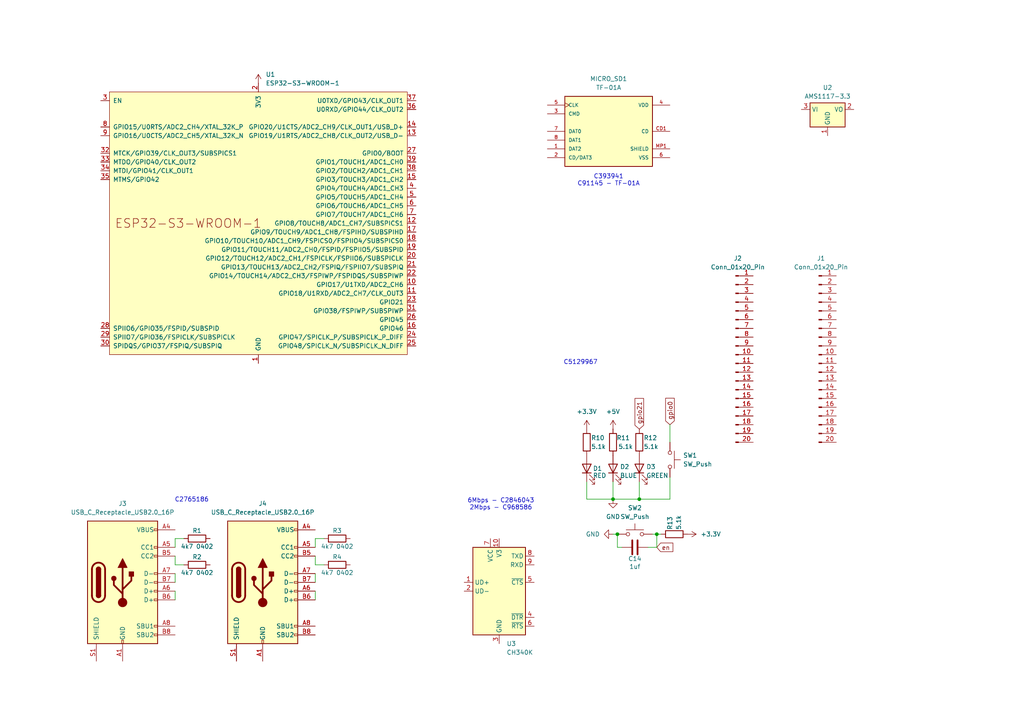
<source format=kicad_sch>
(kicad_sch
	(version 20250114)
	(generator "eeschema")
	(generator_version "9.0")
	(uuid "c58fd478-d1c5-4f16-91d9-be14adece428")
	(paper "A4")
	(lib_symbols
		(symbol "Connector:Conn_01x20_Pin"
			(pin_names
				(offset 1.016)
				(hide yes)
			)
			(exclude_from_sim no)
			(in_bom yes)
			(on_board yes)
			(property "Reference" "J"
				(at 0 25.4 0)
				(effects
					(font
						(size 1.27 1.27)
					)
				)
			)
			(property "Value" "Conn_01x20_Pin"
				(at 0 -27.94 0)
				(effects
					(font
						(size 1.27 1.27)
					)
				)
			)
			(property "Footprint" ""
				(at 0 0 0)
				(effects
					(font
						(size 1.27 1.27)
					)
					(hide yes)
				)
			)
			(property "Datasheet" "~"
				(at 0 0 0)
				(effects
					(font
						(size 1.27 1.27)
					)
					(hide yes)
				)
			)
			(property "Description" "Generic connector, single row, 01x20, script generated"
				(at 0 0 0)
				(effects
					(font
						(size 1.27 1.27)
					)
					(hide yes)
				)
			)
			(property "ki_locked" ""
				(at 0 0 0)
				(effects
					(font
						(size 1.27 1.27)
					)
				)
			)
			(property "ki_keywords" "connector"
				(at 0 0 0)
				(effects
					(font
						(size 1.27 1.27)
					)
					(hide yes)
				)
			)
			(property "ki_fp_filters" "Connector*:*_1x??_*"
				(at 0 0 0)
				(effects
					(font
						(size 1.27 1.27)
					)
					(hide yes)
				)
			)
			(symbol "Conn_01x20_Pin_1_1"
				(rectangle
					(start 0.8636 22.987)
					(end 0 22.733)
					(stroke
						(width 0.1524)
						(type default)
					)
					(fill
						(type outline)
					)
				)
				(rectangle
					(start 0.8636 20.447)
					(end 0 20.193)
					(stroke
						(width 0.1524)
						(type default)
					)
					(fill
						(type outline)
					)
				)
				(rectangle
					(start 0.8636 17.907)
					(end 0 17.653)
					(stroke
						(width 0.1524)
						(type default)
					)
					(fill
						(type outline)
					)
				)
				(rectangle
					(start 0.8636 15.367)
					(end 0 15.113)
					(stroke
						(width 0.1524)
						(type default)
					)
					(fill
						(type outline)
					)
				)
				(rectangle
					(start 0.8636 12.827)
					(end 0 12.573)
					(stroke
						(width 0.1524)
						(type default)
					)
					(fill
						(type outline)
					)
				)
				(rectangle
					(start 0.8636 10.287)
					(end 0 10.033)
					(stroke
						(width 0.1524)
						(type default)
					)
					(fill
						(type outline)
					)
				)
				(rectangle
					(start 0.8636 7.747)
					(end 0 7.493)
					(stroke
						(width 0.1524)
						(type default)
					)
					(fill
						(type outline)
					)
				)
				(rectangle
					(start 0.8636 5.207)
					(end 0 4.953)
					(stroke
						(width 0.1524)
						(type default)
					)
					(fill
						(type outline)
					)
				)
				(rectangle
					(start 0.8636 2.667)
					(end 0 2.413)
					(stroke
						(width 0.1524)
						(type default)
					)
					(fill
						(type outline)
					)
				)
				(rectangle
					(start 0.8636 0.127)
					(end 0 -0.127)
					(stroke
						(width 0.1524)
						(type default)
					)
					(fill
						(type outline)
					)
				)
				(rectangle
					(start 0.8636 -2.413)
					(end 0 -2.667)
					(stroke
						(width 0.1524)
						(type default)
					)
					(fill
						(type outline)
					)
				)
				(rectangle
					(start 0.8636 -4.953)
					(end 0 -5.207)
					(stroke
						(width 0.1524)
						(type default)
					)
					(fill
						(type outline)
					)
				)
				(rectangle
					(start 0.8636 -7.493)
					(end 0 -7.747)
					(stroke
						(width 0.1524)
						(type default)
					)
					(fill
						(type outline)
					)
				)
				(rectangle
					(start 0.8636 -10.033)
					(end 0 -10.287)
					(stroke
						(width 0.1524)
						(type default)
					)
					(fill
						(type outline)
					)
				)
				(rectangle
					(start 0.8636 -12.573)
					(end 0 -12.827)
					(stroke
						(width 0.1524)
						(type default)
					)
					(fill
						(type outline)
					)
				)
				(rectangle
					(start 0.8636 -15.113)
					(end 0 -15.367)
					(stroke
						(width 0.1524)
						(type default)
					)
					(fill
						(type outline)
					)
				)
				(rectangle
					(start 0.8636 -17.653)
					(end 0 -17.907)
					(stroke
						(width 0.1524)
						(type default)
					)
					(fill
						(type outline)
					)
				)
				(rectangle
					(start 0.8636 -20.193)
					(end 0 -20.447)
					(stroke
						(width 0.1524)
						(type default)
					)
					(fill
						(type outline)
					)
				)
				(rectangle
					(start 0.8636 -22.733)
					(end 0 -22.987)
					(stroke
						(width 0.1524)
						(type default)
					)
					(fill
						(type outline)
					)
				)
				(rectangle
					(start 0.8636 -25.273)
					(end 0 -25.527)
					(stroke
						(width 0.1524)
						(type default)
					)
					(fill
						(type outline)
					)
				)
				(polyline
					(pts
						(xy 1.27 22.86) (xy 0.8636 22.86)
					)
					(stroke
						(width 0.1524)
						(type default)
					)
					(fill
						(type none)
					)
				)
				(polyline
					(pts
						(xy 1.27 20.32) (xy 0.8636 20.32)
					)
					(stroke
						(width 0.1524)
						(type default)
					)
					(fill
						(type none)
					)
				)
				(polyline
					(pts
						(xy 1.27 17.78) (xy 0.8636 17.78)
					)
					(stroke
						(width 0.1524)
						(type default)
					)
					(fill
						(type none)
					)
				)
				(polyline
					(pts
						(xy 1.27 15.24) (xy 0.8636 15.24)
					)
					(stroke
						(width 0.1524)
						(type default)
					)
					(fill
						(type none)
					)
				)
				(polyline
					(pts
						(xy 1.27 12.7) (xy 0.8636 12.7)
					)
					(stroke
						(width 0.1524)
						(type default)
					)
					(fill
						(type none)
					)
				)
				(polyline
					(pts
						(xy 1.27 10.16) (xy 0.8636 10.16)
					)
					(stroke
						(width 0.1524)
						(type default)
					)
					(fill
						(type none)
					)
				)
				(polyline
					(pts
						(xy 1.27 7.62) (xy 0.8636 7.62)
					)
					(stroke
						(width 0.1524)
						(type default)
					)
					(fill
						(type none)
					)
				)
				(polyline
					(pts
						(xy 1.27 5.08) (xy 0.8636 5.08)
					)
					(stroke
						(width 0.1524)
						(type default)
					)
					(fill
						(type none)
					)
				)
				(polyline
					(pts
						(xy 1.27 2.54) (xy 0.8636 2.54)
					)
					(stroke
						(width 0.1524)
						(type default)
					)
					(fill
						(type none)
					)
				)
				(polyline
					(pts
						(xy 1.27 0) (xy 0.8636 0)
					)
					(stroke
						(width 0.1524)
						(type default)
					)
					(fill
						(type none)
					)
				)
				(polyline
					(pts
						(xy 1.27 -2.54) (xy 0.8636 -2.54)
					)
					(stroke
						(width 0.1524)
						(type default)
					)
					(fill
						(type none)
					)
				)
				(polyline
					(pts
						(xy 1.27 -5.08) (xy 0.8636 -5.08)
					)
					(stroke
						(width 0.1524)
						(type default)
					)
					(fill
						(type none)
					)
				)
				(polyline
					(pts
						(xy 1.27 -7.62) (xy 0.8636 -7.62)
					)
					(stroke
						(width 0.1524)
						(type default)
					)
					(fill
						(type none)
					)
				)
				(polyline
					(pts
						(xy 1.27 -10.16) (xy 0.8636 -10.16)
					)
					(stroke
						(width 0.1524)
						(type default)
					)
					(fill
						(type none)
					)
				)
				(polyline
					(pts
						(xy 1.27 -12.7) (xy 0.8636 -12.7)
					)
					(stroke
						(width 0.1524)
						(type default)
					)
					(fill
						(type none)
					)
				)
				(polyline
					(pts
						(xy 1.27 -15.24) (xy 0.8636 -15.24)
					)
					(stroke
						(width 0.1524)
						(type default)
					)
					(fill
						(type none)
					)
				)
				(polyline
					(pts
						(xy 1.27 -17.78) (xy 0.8636 -17.78)
					)
					(stroke
						(width 0.1524)
						(type default)
					)
					(fill
						(type none)
					)
				)
				(polyline
					(pts
						(xy 1.27 -20.32) (xy 0.8636 -20.32)
					)
					(stroke
						(width 0.1524)
						(type default)
					)
					(fill
						(type none)
					)
				)
				(polyline
					(pts
						(xy 1.27 -22.86) (xy 0.8636 -22.86)
					)
					(stroke
						(width 0.1524)
						(type default)
					)
					(fill
						(type none)
					)
				)
				(polyline
					(pts
						(xy 1.27 -25.4) (xy 0.8636 -25.4)
					)
					(stroke
						(width 0.1524)
						(type default)
					)
					(fill
						(type none)
					)
				)
				(pin passive line
					(at 5.08 22.86 180)
					(length 3.81)
					(name "Pin_1"
						(effects
							(font
								(size 1.27 1.27)
							)
						)
					)
					(number "1"
						(effects
							(font
								(size 1.27 1.27)
							)
						)
					)
				)
				(pin passive line
					(at 5.08 20.32 180)
					(length 3.81)
					(name "Pin_2"
						(effects
							(font
								(size 1.27 1.27)
							)
						)
					)
					(number "2"
						(effects
							(font
								(size 1.27 1.27)
							)
						)
					)
				)
				(pin passive line
					(at 5.08 17.78 180)
					(length 3.81)
					(name "Pin_3"
						(effects
							(font
								(size 1.27 1.27)
							)
						)
					)
					(number "3"
						(effects
							(font
								(size 1.27 1.27)
							)
						)
					)
				)
				(pin passive line
					(at 5.08 15.24 180)
					(length 3.81)
					(name "Pin_4"
						(effects
							(font
								(size 1.27 1.27)
							)
						)
					)
					(number "4"
						(effects
							(font
								(size 1.27 1.27)
							)
						)
					)
				)
				(pin passive line
					(at 5.08 12.7 180)
					(length 3.81)
					(name "Pin_5"
						(effects
							(font
								(size 1.27 1.27)
							)
						)
					)
					(number "5"
						(effects
							(font
								(size 1.27 1.27)
							)
						)
					)
				)
				(pin passive line
					(at 5.08 10.16 180)
					(length 3.81)
					(name "Pin_6"
						(effects
							(font
								(size 1.27 1.27)
							)
						)
					)
					(number "6"
						(effects
							(font
								(size 1.27 1.27)
							)
						)
					)
				)
				(pin passive line
					(at 5.08 7.62 180)
					(length 3.81)
					(name "Pin_7"
						(effects
							(font
								(size 1.27 1.27)
							)
						)
					)
					(number "7"
						(effects
							(font
								(size 1.27 1.27)
							)
						)
					)
				)
				(pin passive line
					(at 5.08 5.08 180)
					(length 3.81)
					(name "Pin_8"
						(effects
							(font
								(size 1.27 1.27)
							)
						)
					)
					(number "8"
						(effects
							(font
								(size 1.27 1.27)
							)
						)
					)
				)
				(pin passive line
					(at 5.08 2.54 180)
					(length 3.81)
					(name "Pin_9"
						(effects
							(font
								(size 1.27 1.27)
							)
						)
					)
					(number "9"
						(effects
							(font
								(size 1.27 1.27)
							)
						)
					)
				)
				(pin passive line
					(at 5.08 0 180)
					(length 3.81)
					(name "Pin_10"
						(effects
							(font
								(size 1.27 1.27)
							)
						)
					)
					(number "10"
						(effects
							(font
								(size 1.27 1.27)
							)
						)
					)
				)
				(pin passive line
					(at 5.08 -2.54 180)
					(length 3.81)
					(name "Pin_11"
						(effects
							(font
								(size 1.27 1.27)
							)
						)
					)
					(number "11"
						(effects
							(font
								(size 1.27 1.27)
							)
						)
					)
				)
				(pin passive line
					(at 5.08 -5.08 180)
					(length 3.81)
					(name "Pin_12"
						(effects
							(font
								(size 1.27 1.27)
							)
						)
					)
					(number "12"
						(effects
							(font
								(size 1.27 1.27)
							)
						)
					)
				)
				(pin passive line
					(at 5.08 -7.62 180)
					(length 3.81)
					(name "Pin_13"
						(effects
							(font
								(size 1.27 1.27)
							)
						)
					)
					(number "13"
						(effects
							(font
								(size 1.27 1.27)
							)
						)
					)
				)
				(pin passive line
					(at 5.08 -10.16 180)
					(length 3.81)
					(name "Pin_14"
						(effects
							(font
								(size 1.27 1.27)
							)
						)
					)
					(number "14"
						(effects
							(font
								(size 1.27 1.27)
							)
						)
					)
				)
				(pin passive line
					(at 5.08 -12.7 180)
					(length 3.81)
					(name "Pin_15"
						(effects
							(font
								(size 1.27 1.27)
							)
						)
					)
					(number "15"
						(effects
							(font
								(size 1.27 1.27)
							)
						)
					)
				)
				(pin passive line
					(at 5.08 -15.24 180)
					(length 3.81)
					(name "Pin_16"
						(effects
							(font
								(size 1.27 1.27)
							)
						)
					)
					(number "16"
						(effects
							(font
								(size 1.27 1.27)
							)
						)
					)
				)
				(pin passive line
					(at 5.08 -17.78 180)
					(length 3.81)
					(name "Pin_17"
						(effects
							(font
								(size 1.27 1.27)
							)
						)
					)
					(number "17"
						(effects
							(font
								(size 1.27 1.27)
							)
						)
					)
				)
				(pin passive line
					(at 5.08 -20.32 180)
					(length 3.81)
					(name "Pin_18"
						(effects
							(font
								(size 1.27 1.27)
							)
						)
					)
					(number "18"
						(effects
							(font
								(size 1.27 1.27)
							)
						)
					)
				)
				(pin passive line
					(at 5.08 -22.86 180)
					(length 3.81)
					(name "Pin_19"
						(effects
							(font
								(size 1.27 1.27)
							)
						)
					)
					(number "19"
						(effects
							(font
								(size 1.27 1.27)
							)
						)
					)
				)
				(pin passive line
					(at 5.08 -25.4 180)
					(length 3.81)
					(name "Pin_20"
						(effects
							(font
								(size 1.27 1.27)
							)
						)
					)
					(number "20"
						(effects
							(font
								(size 1.27 1.27)
							)
						)
					)
				)
			)
			(embedded_fonts no)
		)
		(symbol "Connector:USB_C_Receptacle_USB2.0_16P"
			(pin_names
				(offset 1.016)
			)
			(exclude_from_sim no)
			(in_bom yes)
			(on_board yes)
			(property "Reference" "J"
				(at 0 22.225 0)
				(effects
					(font
						(size 1.27 1.27)
					)
				)
			)
			(property "Value" "USB_C_Receptacle_USB2.0_16P"
				(at 0 19.685 0)
				(effects
					(font
						(size 1.27 1.27)
					)
				)
			)
			(property "Footprint" ""
				(at 3.81 0 0)
				(effects
					(font
						(size 1.27 1.27)
					)
					(hide yes)
				)
			)
			(property "Datasheet" "https://www.usb.org/sites/default/files/documents/usb_type-c.zip"
				(at 3.81 0 0)
				(effects
					(font
						(size 1.27 1.27)
					)
					(hide yes)
				)
			)
			(property "Description" "USB 2.0-only 16P Type-C Receptacle connector"
				(at 0 0 0)
				(effects
					(font
						(size 1.27 1.27)
					)
					(hide yes)
				)
			)
			(property "ki_keywords" "usb universal serial bus type-C USB2.0"
				(at 0 0 0)
				(effects
					(font
						(size 1.27 1.27)
					)
					(hide yes)
				)
			)
			(property "ki_fp_filters" "USB*C*Receptacle*"
				(at 0 0 0)
				(effects
					(font
						(size 1.27 1.27)
					)
					(hide yes)
				)
			)
			(symbol "USB_C_Receptacle_USB2.0_16P_0_0"
				(rectangle
					(start -0.254 -17.78)
					(end 0.254 -16.764)
					(stroke
						(width 0)
						(type default)
					)
					(fill
						(type none)
					)
				)
				(rectangle
					(start 10.16 15.494)
					(end 9.144 14.986)
					(stroke
						(width 0)
						(type default)
					)
					(fill
						(type none)
					)
				)
				(rectangle
					(start 10.16 10.414)
					(end 9.144 9.906)
					(stroke
						(width 0)
						(type default)
					)
					(fill
						(type none)
					)
				)
				(rectangle
					(start 10.16 7.874)
					(end 9.144 7.366)
					(stroke
						(width 0)
						(type default)
					)
					(fill
						(type none)
					)
				)
				(rectangle
					(start 10.16 2.794)
					(end 9.144 2.286)
					(stroke
						(width 0)
						(type default)
					)
					(fill
						(type none)
					)
				)
				(rectangle
					(start 10.16 0.254)
					(end 9.144 -0.254)
					(stroke
						(width 0)
						(type default)
					)
					(fill
						(type none)
					)
				)
				(rectangle
					(start 10.16 -2.286)
					(end 9.144 -2.794)
					(stroke
						(width 0)
						(type default)
					)
					(fill
						(type none)
					)
				)
				(rectangle
					(start 10.16 -4.826)
					(end 9.144 -5.334)
					(stroke
						(width 0)
						(type default)
					)
					(fill
						(type none)
					)
				)
				(rectangle
					(start 10.16 -12.446)
					(end 9.144 -12.954)
					(stroke
						(width 0)
						(type default)
					)
					(fill
						(type none)
					)
				)
				(rectangle
					(start 10.16 -14.986)
					(end 9.144 -15.494)
					(stroke
						(width 0)
						(type default)
					)
					(fill
						(type none)
					)
				)
			)
			(symbol "USB_C_Receptacle_USB2.0_16P_0_1"
				(rectangle
					(start -10.16 17.78)
					(end 10.16 -17.78)
					(stroke
						(width 0.254)
						(type default)
					)
					(fill
						(type background)
					)
				)
				(polyline
					(pts
						(xy -8.89 -3.81) (xy -8.89 3.81)
					)
					(stroke
						(width 0.508)
						(type default)
					)
					(fill
						(type none)
					)
				)
				(rectangle
					(start -7.62 -3.81)
					(end -6.35 3.81)
					(stroke
						(width 0.254)
						(type default)
					)
					(fill
						(type outline)
					)
				)
				(arc
					(start -7.62 3.81)
					(mid -6.985 4.4423)
					(end -6.35 3.81)
					(stroke
						(width 0.254)
						(type default)
					)
					(fill
						(type none)
					)
				)
				(arc
					(start -7.62 3.81)
					(mid -6.985 4.4423)
					(end -6.35 3.81)
					(stroke
						(width 0.254)
						(type default)
					)
					(fill
						(type outline)
					)
				)
				(arc
					(start -8.89 3.81)
					(mid -6.985 5.7067)
					(end -5.08 3.81)
					(stroke
						(width 0.508)
						(type default)
					)
					(fill
						(type none)
					)
				)
				(arc
					(start -5.08 -3.81)
					(mid -6.985 -5.7067)
					(end -8.89 -3.81)
					(stroke
						(width 0.508)
						(type default)
					)
					(fill
						(type none)
					)
				)
				(arc
					(start -6.35 -3.81)
					(mid -6.985 -4.4423)
					(end -7.62 -3.81)
					(stroke
						(width 0.254)
						(type default)
					)
					(fill
						(type none)
					)
				)
				(arc
					(start -6.35 -3.81)
					(mid -6.985 -4.4423)
					(end -7.62 -3.81)
					(stroke
						(width 0.254)
						(type default)
					)
					(fill
						(type outline)
					)
				)
				(polyline
					(pts
						(xy -5.08 3.81) (xy -5.08 -3.81)
					)
					(stroke
						(width 0.508)
						(type default)
					)
					(fill
						(type none)
					)
				)
				(circle
					(center -2.54 1.143)
					(radius 0.635)
					(stroke
						(width 0.254)
						(type default)
					)
					(fill
						(type outline)
					)
				)
				(polyline
					(pts
						(xy -1.27 4.318) (xy 0 6.858) (xy 1.27 4.318) (xy -1.27 4.318)
					)
					(stroke
						(width 0.254)
						(type default)
					)
					(fill
						(type outline)
					)
				)
				(polyline
					(pts
						(xy 0 -2.032) (xy 2.54 0.508) (xy 2.54 1.778)
					)
					(stroke
						(width 0.508)
						(type default)
					)
					(fill
						(type none)
					)
				)
				(polyline
					(pts
						(xy 0 -3.302) (xy -2.54 -0.762) (xy -2.54 0.508)
					)
					(stroke
						(width 0.508)
						(type default)
					)
					(fill
						(type none)
					)
				)
				(polyline
					(pts
						(xy 0 -5.842) (xy 0 4.318)
					)
					(stroke
						(width 0.508)
						(type default)
					)
					(fill
						(type none)
					)
				)
				(circle
					(center 0 -5.842)
					(radius 1.27)
					(stroke
						(width 0)
						(type default)
					)
					(fill
						(type outline)
					)
				)
				(rectangle
					(start 1.905 1.778)
					(end 3.175 3.048)
					(stroke
						(width 0.254)
						(type default)
					)
					(fill
						(type outline)
					)
				)
			)
			(symbol "USB_C_Receptacle_USB2.0_16P_1_1"
				(pin passive line
					(at -7.62 -22.86 90)
					(length 5.08)
					(name "SHIELD"
						(effects
							(font
								(size 1.27 1.27)
							)
						)
					)
					(number "S1"
						(effects
							(font
								(size 1.27 1.27)
							)
						)
					)
				)
				(pin passive line
					(at 0 -22.86 90)
					(length 5.08)
					(name "GND"
						(effects
							(font
								(size 1.27 1.27)
							)
						)
					)
					(number "A1"
						(effects
							(font
								(size 1.27 1.27)
							)
						)
					)
				)
				(pin passive line
					(at 0 -22.86 90)
					(length 5.08)
					(hide yes)
					(name "GND"
						(effects
							(font
								(size 1.27 1.27)
							)
						)
					)
					(number "A12"
						(effects
							(font
								(size 1.27 1.27)
							)
						)
					)
				)
				(pin passive line
					(at 0 -22.86 90)
					(length 5.08)
					(hide yes)
					(name "GND"
						(effects
							(font
								(size 1.27 1.27)
							)
						)
					)
					(number "B1"
						(effects
							(font
								(size 1.27 1.27)
							)
						)
					)
				)
				(pin passive line
					(at 0 -22.86 90)
					(length 5.08)
					(hide yes)
					(name "GND"
						(effects
							(font
								(size 1.27 1.27)
							)
						)
					)
					(number "B12"
						(effects
							(font
								(size 1.27 1.27)
							)
						)
					)
				)
				(pin passive line
					(at 15.24 15.24 180)
					(length 5.08)
					(name "VBUS"
						(effects
							(font
								(size 1.27 1.27)
							)
						)
					)
					(number "A4"
						(effects
							(font
								(size 1.27 1.27)
							)
						)
					)
				)
				(pin passive line
					(at 15.24 15.24 180)
					(length 5.08)
					(hide yes)
					(name "VBUS"
						(effects
							(font
								(size 1.27 1.27)
							)
						)
					)
					(number "A9"
						(effects
							(font
								(size 1.27 1.27)
							)
						)
					)
				)
				(pin passive line
					(at 15.24 15.24 180)
					(length 5.08)
					(hide yes)
					(name "VBUS"
						(effects
							(font
								(size 1.27 1.27)
							)
						)
					)
					(number "B4"
						(effects
							(font
								(size 1.27 1.27)
							)
						)
					)
				)
				(pin passive line
					(at 15.24 15.24 180)
					(length 5.08)
					(hide yes)
					(name "VBUS"
						(effects
							(font
								(size 1.27 1.27)
							)
						)
					)
					(number "B9"
						(effects
							(font
								(size 1.27 1.27)
							)
						)
					)
				)
				(pin bidirectional line
					(at 15.24 10.16 180)
					(length 5.08)
					(name "CC1"
						(effects
							(font
								(size 1.27 1.27)
							)
						)
					)
					(number "A5"
						(effects
							(font
								(size 1.27 1.27)
							)
						)
					)
				)
				(pin bidirectional line
					(at 15.24 7.62 180)
					(length 5.08)
					(name "CC2"
						(effects
							(font
								(size 1.27 1.27)
							)
						)
					)
					(number "B5"
						(effects
							(font
								(size 1.27 1.27)
							)
						)
					)
				)
				(pin bidirectional line
					(at 15.24 2.54 180)
					(length 5.08)
					(name "D-"
						(effects
							(font
								(size 1.27 1.27)
							)
						)
					)
					(number "A7"
						(effects
							(font
								(size 1.27 1.27)
							)
						)
					)
				)
				(pin bidirectional line
					(at 15.24 0 180)
					(length 5.08)
					(name "D-"
						(effects
							(font
								(size 1.27 1.27)
							)
						)
					)
					(number "B7"
						(effects
							(font
								(size 1.27 1.27)
							)
						)
					)
				)
				(pin bidirectional line
					(at 15.24 -2.54 180)
					(length 5.08)
					(name "D+"
						(effects
							(font
								(size 1.27 1.27)
							)
						)
					)
					(number "A6"
						(effects
							(font
								(size 1.27 1.27)
							)
						)
					)
				)
				(pin bidirectional line
					(at 15.24 -5.08 180)
					(length 5.08)
					(name "D+"
						(effects
							(font
								(size 1.27 1.27)
							)
						)
					)
					(number "B6"
						(effects
							(font
								(size 1.27 1.27)
							)
						)
					)
				)
				(pin bidirectional line
					(at 15.24 -12.7 180)
					(length 5.08)
					(name "SBU1"
						(effects
							(font
								(size 1.27 1.27)
							)
						)
					)
					(number "A8"
						(effects
							(font
								(size 1.27 1.27)
							)
						)
					)
				)
				(pin bidirectional line
					(at 15.24 -15.24 180)
					(length 5.08)
					(name "SBU2"
						(effects
							(font
								(size 1.27 1.27)
							)
						)
					)
					(number "B8"
						(effects
							(font
								(size 1.27 1.27)
							)
						)
					)
				)
			)
			(embedded_fonts no)
		)
		(symbol "Device:C"
			(pin_numbers
				(hide yes)
			)
			(pin_names
				(offset 0.254)
			)
			(exclude_from_sim no)
			(in_bom yes)
			(on_board yes)
			(property "Reference" "C"
				(at 0.635 2.54 0)
				(effects
					(font
						(size 1.27 1.27)
					)
					(justify left)
				)
			)
			(property "Value" "C"
				(at 0.635 -2.54 0)
				(effects
					(font
						(size 1.27 1.27)
					)
					(justify left)
				)
			)
			(property "Footprint" ""
				(at 0.9652 -3.81 0)
				(effects
					(font
						(size 1.27 1.27)
					)
					(hide yes)
				)
			)
			(property "Datasheet" "~"
				(at 0 0 0)
				(effects
					(font
						(size 1.27 1.27)
					)
					(hide yes)
				)
			)
			(property "Description" "Unpolarized capacitor"
				(at 0 0 0)
				(effects
					(font
						(size 1.27 1.27)
					)
					(hide yes)
				)
			)
			(property "ki_keywords" "cap capacitor"
				(at 0 0 0)
				(effects
					(font
						(size 1.27 1.27)
					)
					(hide yes)
				)
			)
			(property "ki_fp_filters" "C_*"
				(at 0 0 0)
				(effects
					(font
						(size 1.27 1.27)
					)
					(hide yes)
				)
			)
			(symbol "C_0_1"
				(polyline
					(pts
						(xy -2.032 0.762) (xy 2.032 0.762)
					)
					(stroke
						(width 0.508)
						(type default)
					)
					(fill
						(type none)
					)
				)
				(polyline
					(pts
						(xy -2.032 -0.762) (xy 2.032 -0.762)
					)
					(stroke
						(width 0.508)
						(type default)
					)
					(fill
						(type none)
					)
				)
			)
			(symbol "C_1_1"
				(pin passive line
					(at 0 3.81 270)
					(length 2.794)
					(name "~"
						(effects
							(font
								(size 1.27 1.27)
							)
						)
					)
					(number "1"
						(effects
							(font
								(size 1.27 1.27)
							)
						)
					)
				)
				(pin passive line
					(at 0 -3.81 90)
					(length 2.794)
					(name "~"
						(effects
							(font
								(size 1.27 1.27)
							)
						)
					)
					(number "2"
						(effects
							(font
								(size 1.27 1.27)
							)
						)
					)
				)
			)
			(embedded_fonts no)
		)
		(symbol "Device:LED"
			(pin_numbers
				(hide yes)
			)
			(pin_names
				(offset 1.016)
				(hide yes)
			)
			(exclude_from_sim no)
			(in_bom yes)
			(on_board yes)
			(property "Reference" "D"
				(at 0 2.54 0)
				(effects
					(font
						(size 1.27 1.27)
					)
				)
			)
			(property "Value" "LED"
				(at 0 -2.54 0)
				(effects
					(font
						(size 1.27 1.27)
					)
				)
			)
			(property "Footprint" ""
				(at 0 0 0)
				(effects
					(font
						(size 1.27 1.27)
					)
					(hide yes)
				)
			)
			(property "Datasheet" "~"
				(at 0 0 0)
				(effects
					(font
						(size 1.27 1.27)
					)
					(hide yes)
				)
			)
			(property "Description" "Light emitting diode"
				(at 0 0 0)
				(effects
					(font
						(size 1.27 1.27)
					)
					(hide yes)
				)
			)
			(property "Sim.Pins" "1=K 2=A"
				(at 0 0 0)
				(effects
					(font
						(size 1.27 1.27)
					)
					(hide yes)
				)
			)
			(property "ki_keywords" "LED diode"
				(at 0 0 0)
				(effects
					(font
						(size 1.27 1.27)
					)
					(hide yes)
				)
			)
			(property "ki_fp_filters" "LED* LED_SMD:* LED_THT:*"
				(at 0 0 0)
				(effects
					(font
						(size 1.27 1.27)
					)
					(hide yes)
				)
			)
			(symbol "LED_0_1"
				(polyline
					(pts
						(xy -3.048 -0.762) (xy -4.572 -2.286) (xy -3.81 -2.286) (xy -4.572 -2.286) (xy -4.572 -1.524)
					)
					(stroke
						(width 0)
						(type default)
					)
					(fill
						(type none)
					)
				)
				(polyline
					(pts
						(xy -1.778 -0.762) (xy -3.302 -2.286) (xy -2.54 -2.286) (xy -3.302 -2.286) (xy -3.302 -1.524)
					)
					(stroke
						(width 0)
						(type default)
					)
					(fill
						(type none)
					)
				)
				(polyline
					(pts
						(xy -1.27 0) (xy 1.27 0)
					)
					(stroke
						(width 0)
						(type default)
					)
					(fill
						(type none)
					)
				)
				(polyline
					(pts
						(xy -1.27 -1.27) (xy -1.27 1.27)
					)
					(stroke
						(width 0.254)
						(type default)
					)
					(fill
						(type none)
					)
				)
				(polyline
					(pts
						(xy 1.27 -1.27) (xy 1.27 1.27) (xy -1.27 0) (xy 1.27 -1.27)
					)
					(stroke
						(width 0.254)
						(type default)
					)
					(fill
						(type none)
					)
				)
			)
			(symbol "LED_1_1"
				(pin passive line
					(at -3.81 0 0)
					(length 2.54)
					(name "K"
						(effects
							(font
								(size 1.27 1.27)
							)
						)
					)
					(number "1"
						(effects
							(font
								(size 1.27 1.27)
							)
						)
					)
				)
				(pin passive line
					(at 3.81 0 180)
					(length 2.54)
					(name "A"
						(effects
							(font
								(size 1.27 1.27)
							)
						)
					)
					(number "2"
						(effects
							(font
								(size 1.27 1.27)
							)
						)
					)
				)
			)
			(embedded_fonts no)
		)
		(symbol "Device:R"
			(pin_numbers
				(hide yes)
			)
			(pin_names
				(offset 0)
			)
			(exclude_from_sim no)
			(in_bom yes)
			(on_board yes)
			(property "Reference" "R"
				(at 2.032 0 90)
				(effects
					(font
						(size 1.27 1.27)
					)
				)
			)
			(property "Value" "R"
				(at 0 0 90)
				(effects
					(font
						(size 1.27 1.27)
					)
				)
			)
			(property "Footprint" ""
				(at -1.778 0 90)
				(effects
					(font
						(size 1.27 1.27)
					)
					(hide yes)
				)
			)
			(property "Datasheet" "~"
				(at 0 0 0)
				(effects
					(font
						(size 1.27 1.27)
					)
					(hide yes)
				)
			)
			(property "Description" "Resistor"
				(at 0 0 0)
				(effects
					(font
						(size 1.27 1.27)
					)
					(hide yes)
				)
			)
			(property "ki_keywords" "R res resistor"
				(at 0 0 0)
				(effects
					(font
						(size 1.27 1.27)
					)
					(hide yes)
				)
			)
			(property "ki_fp_filters" "R_*"
				(at 0 0 0)
				(effects
					(font
						(size 1.27 1.27)
					)
					(hide yes)
				)
			)
			(symbol "R_0_1"
				(rectangle
					(start -1.016 -2.54)
					(end 1.016 2.54)
					(stroke
						(width 0.254)
						(type default)
					)
					(fill
						(type none)
					)
				)
			)
			(symbol "R_1_1"
				(pin passive line
					(at 0 3.81 270)
					(length 1.27)
					(name "~"
						(effects
							(font
								(size 1.27 1.27)
							)
						)
					)
					(number "1"
						(effects
							(font
								(size 1.27 1.27)
							)
						)
					)
				)
				(pin passive line
					(at 0 -3.81 90)
					(length 1.27)
					(name "~"
						(effects
							(font
								(size 1.27 1.27)
							)
						)
					)
					(number "2"
						(effects
							(font
								(size 1.27 1.27)
							)
						)
					)
				)
			)
			(embedded_fonts no)
		)
		(symbol "Interface_USB:CH340K"
			(exclude_from_sim no)
			(in_bom yes)
			(on_board yes)
			(property "Reference" "U"
				(at -6.858 13.97 0)
				(effects
					(font
						(size 1.27 1.27)
					)
					(justify left)
				)
			)
			(property "Value" "CH340K"
				(at 1.27 13.97 0)
				(effects
					(font
						(size 1.27 1.27)
					)
					(justify left)
				)
			)
			(property "Footprint" "Package_SO:SSOP-10-1EP_3.9x4.9mm_P1mm_EP2.1x3.3mm"
				(at 1.27 -13.97 0)
				(effects
					(font
						(size 1.27 1.27)
					)
					(justify left)
					(hide yes)
				)
			)
			(property "Datasheet" "https://cdn.sparkfun.com/assets/5/0/a/8/5/CH340DS1.PDF"
				(at -8.89 20.32 0)
				(effects
					(font
						(size 1.27 1.27)
					)
					(hide yes)
				)
			)
			(property "Description" "USB serial converter, UART, SSOP-10"
				(at 0 0 0)
				(effects
					(font
						(size 1.27 1.27)
					)
					(hide yes)
				)
			)
			(property "ki_keywords" "USB UART Serial Converter Interface"
				(at 0 0 0)
				(effects
					(font
						(size 1.27 1.27)
					)
					(hide yes)
				)
			)
			(property "ki_fp_filters" "SSOP*1EP*3.9x4.9mm*P1mm*"
				(at 0 0 0)
				(effects
					(font
						(size 1.27 1.27)
					)
					(hide yes)
				)
			)
			(symbol "CH340K_0_1"
				(rectangle
					(start -7.62 12.7)
					(end 7.62 -12.7)
					(stroke
						(width 0.254)
						(type default)
					)
					(fill
						(type background)
					)
				)
			)
			(symbol "CH340K_1_0"
				(pin passive line
					(at 0 -15.24 90)
					(length 2.54)
					(hide yes)
					(name "GND"
						(effects
							(font
								(size 1.27 1.27)
							)
						)
					)
					(number "11"
						(effects
							(font
								(size 1.27 1.27)
							)
						)
					)
				)
			)
			(symbol "CH340K_1_1"
				(pin bidirectional line
					(at -10.16 2.54 0)
					(length 2.54)
					(name "UD+"
						(effects
							(font
								(size 1.27 1.27)
							)
						)
					)
					(number "1"
						(effects
							(font
								(size 1.27 1.27)
							)
						)
					)
				)
				(pin bidirectional line
					(at -10.16 0 0)
					(length 2.54)
					(name "UD-"
						(effects
							(font
								(size 1.27 1.27)
							)
						)
					)
					(number "2"
						(effects
							(font
								(size 1.27 1.27)
							)
						)
					)
				)
				(pin power_in line
					(at -2.54 15.24 270)
					(length 2.54)
					(name "VCC"
						(effects
							(font
								(size 1.27 1.27)
							)
						)
					)
					(number "7"
						(effects
							(font
								(size 1.27 1.27)
							)
						)
					)
				)
				(pin passive line
					(at 0 15.24 270)
					(length 2.54)
					(name "V3"
						(effects
							(font
								(size 1.27 1.27)
							)
						)
					)
					(number "10"
						(effects
							(font
								(size 1.27 1.27)
							)
						)
					)
				)
				(pin power_in line
					(at 0 -15.24 90)
					(length 2.54)
					(name "GND"
						(effects
							(font
								(size 1.27 1.27)
							)
						)
					)
					(number "3"
						(effects
							(font
								(size 1.27 1.27)
							)
						)
					)
				)
				(pin output line
					(at 10.16 10.16 180)
					(length 2.54)
					(name "TXD"
						(effects
							(font
								(size 1.27 1.27)
							)
						)
					)
					(number "8"
						(effects
							(font
								(size 1.27 1.27)
							)
						)
					)
				)
				(pin input line
					(at 10.16 7.62 180)
					(length 2.54)
					(name "RXD"
						(effects
							(font
								(size 1.27 1.27)
							)
						)
					)
					(number "9"
						(effects
							(font
								(size 1.27 1.27)
							)
						)
					)
				)
				(pin input line
					(at 10.16 2.54 180)
					(length 2.54)
					(name "~{CTS}"
						(effects
							(font
								(size 1.27 1.27)
							)
						)
					)
					(number "5"
						(effects
							(font
								(size 1.27 1.27)
							)
						)
					)
				)
				(pin output line
					(at 10.16 -7.62 180)
					(length 2.54)
					(name "~{DTR}"
						(effects
							(font
								(size 1.27 1.27)
							)
						)
					)
					(number "4"
						(effects
							(font
								(size 1.27 1.27)
							)
						)
					)
				)
				(pin output line
					(at 10.16 -10.16 180)
					(length 2.54)
					(name "~{RTS}"
						(effects
							(font
								(size 1.27 1.27)
							)
						)
					)
					(number "6"
						(effects
							(font
								(size 1.27 1.27)
							)
						)
					)
				)
			)
			(embedded_fonts no)
		)
		(symbol "PCM_Espressif:ESP32-S3-WROOM-1"
			(pin_names
				(offset 1.016)
			)
			(exclude_from_sim no)
			(in_bom yes)
			(on_board yes)
			(property "Reference" "U"
				(at -43.18 43.18 0)
				(effects
					(font
						(size 1.27 1.27)
					)
					(justify left)
				)
			)
			(property "Value" "ESP32-S3-WROOM-1"
				(at -43.18 40.64 0)
				(effects
					(font
						(size 1.27 1.27)
					)
					(justify left)
				)
			)
			(property "Footprint" "PCM_Espressif:ESP32-S3-WROOM-1"
				(at 2.54 -48.26 0)
				(effects
					(font
						(size 1.27 1.27)
					)
					(hide yes)
				)
			)
			(property "Datasheet" "https://www.espressif.com/sites/default/files/documentation/esp32-s3-wroom-1_wroom-1u_datasheet_en.pdf"
				(at 2.54 -50.8 0)
				(effects
					(font
						(size 1.27 1.27)
					)
					(hide yes)
				)
			)
			(property "Description" "2.4 GHz WiFi (802.11 b/g/n) and Bluetooth ® 5 (LE) module Built around ESP32S3 series of SoCs, Xtensa ® dualcore 32bit LX7 microprocessor Flash up to 16 MB, PSRAM up to 8 MB 36 GPIOs, rich set of peripherals Onboard PCB antenna"
				(at 0 0 0)
				(effects
					(font
						(size 1.27 1.27)
					)
					(hide yes)
				)
			)
			(symbol "ESP32-S3-WROOM-1_0_0"
				(text "ESP32-S3-WROOM-1"
					(at -20.32 0 0)
					(effects
						(font
							(size 2.54 2.54)
						)
					)
				)
				(pin input line
					(at -45.72 35.56 0)
					(length 2.54)
					(name "EN"
						(effects
							(font
								(size 1.27 1.27)
							)
						)
					)
					(number "3"
						(effects
							(font
								(size 1.27 1.27)
							)
						)
					)
				)
				(pin bidirectional line
					(at -45.72 27.94 0)
					(length 2.54)
					(name "GPIO15/U0RTS/ADC2_CH4/XTAL_32K_P"
						(effects
							(font
								(size 1.27 1.27)
							)
						)
					)
					(number "8"
						(effects
							(font
								(size 1.27 1.27)
							)
						)
					)
				)
				(pin bidirectional line
					(at -45.72 25.4 0)
					(length 2.54)
					(name "GPIO16/U0CTS/ADC2_CH5/XTAL_32K_N"
						(effects
							(font
								(size 1.27 1.27)
							)
						)
					)
					(number "9"
						(effects
							(font
								(size 1.27 1.27)
							)
						)
					)
				)
				(pin bidirectional line
					(at -45.72 20.32 0)
					(length 2.54)
					(name "MTCK/GPIO39/CLK_OUT3/SUBSPICS1"
						(effects
							(font
								(size 1.27 1.27)
							)
						)
					)
					(number "32"
						(effects
							(font
								(size 1.27 1.27)
							)
						)
					)
				)
				(pin bidirectional line
					(at -45.72 17.78 0)
					(length 2.54)
					(name "MTDO/GPIO40/CLK_OUT2"
						(effects
							(font
								(size 1.27 1.27)
							)
						)
					)
					(number "33"
						(effects
							(font
								(size 1.27 1.27)
							)
						)
					)
				)
				(pin bidirectional line
					(at -45.72 15.24 0)
					(length 2.54)
					(name "MTDI/GPIO41/CLK_OUT1"
						(effects
							(font
								(size 1.27 1.27)
							)
						)
					)
					(number "34"
						(effects
							(font
								(size 1.27 1.27)
							)
						)
					)
				)
				(pin bidirectional line
					(at -45.72 12.7 0)
					(length 2.54)
					(name "MTMS/GPIO42"
						(effects
							(font
								(size 1.27 1.27)
							)
						)
					)
					(number "35"
						(effects
							(font
								(size 1.27 1.27)
							)
						)
					)
				)
				(pin bidirectional line
					(at -45.72 -30.48 0)
					(length 2.54)
					(name "SPIIO6/GPIO35/FSPID/SUBSPID"
						(effects
							(font
								(size 1.27 1.27)
							)
						)
					)
					(number "28"
						(effects
							(font
								(size 1.27 1.27)
							)
						)
					)
				)
				(pin bidirectional line
					(at -45.72 -33.02 0)
					(length 2.54)
					(name "SPIIO7/GPIO36/FSPICLK/SUBSPICLK"
						(effects
							(font
								(size 1.27 1.27)
							)
						)
					)
					(number "29"
						(effects
							(font
								(size 1.27 1.27)
							)
						)
					)
				)
				(pin bidirectional line
					(at -45.72 -35.56 0)
					(length 2.54)
					(name "SPIDQS/GPIO37/FSPIQ/SUBSPIQ"
						(effects
							(font
								(size 1.27 1.27)
							)
						)
					)
					(number "30"
						(effects
							(font
								(size 1.27 1.27)
							)
						)
					)
				)
				(pin power_in line
					(at 0 40.64 270)
					(length 2.54)
					(name "3V3"
						(effects
							(font
								(size 1.27 1.27)
							)
						)
					)
					(number "2"
						(effects
							(font
								(size 1.27 1.27)
							)
						)
					)
				)
				(pin power_in line
					(at 0 -40.64 90)
					(length 2.54)
					(name "GND"
						(effects
							(font
								(size 1.27 1.27)
							)
						)
					)
					(number "1"
						(effects
							(font
								(size 1.27 1.27)
							)
						)
					)
				)
				(pin passive line
					(at 0 -40.64 90)
					(length 2.54)
					(hide yes)
					(name "GND"
						(effects
							(font
								(size 1.27 1.27)
							)
						)
					)
					(number "40"
						(effects
							(font
								(size 1.27 1.27)
							)
						)
					)
				)
				(pin passive line
					(at 0 -40.64 90)
					(length 2.54)
					(hide yes)
					(name "GND"
						(effects
							(font
								(size 1.27 1.27)
							)
						)
					)
					(number "41"
						(effects
							(font
								(size 1.27 1.27)
							)
						)
					)
				)
				(pin bidirectional line
					(at 45.72 35.56 180)
					(length 2.54)
					(name "U0TXD/GPIO43/CLK_OUT1"
						(effects
							(font
								(size 1.27 1.27)
							)
						)
					)
					(number "37"
						(effects
							(font
								(size 1.27 1.27)
							)
						)
					)
				)
				(pin bidirectional line
					(at 45.72 33.02 180)
					(length 2.54)
					(name "U0RXD/GPIO44/CLK_OUT2"
						(effects
							(font
								(size 1.27 1.27)
							)
						)
					)
					(number "36"
						(effects
							(font
								(size 1.27 1.27)
							)
						)
					)
				)
				(pin bidirectional line
					(at 45.72 27.94 180)
					(length 2.54)
					(name "GPIO20/U1CTS/ADC2_CH9/CLK_OUT1/USB_D+"
						(effects
							(font
								(size 1.27 1.27)
							)
						)
					)
					(number "14"
						(effects
							(font
								(size 1.27 1.27)
							)
						)
					)
				)
				(pin bidirectional line
					(at 45.72 25.4 180)
					(length 2.54)
					(name "GPIO19/U1RTS/ADC2_CH8/CLK_OUT2/USB_D-"
						(effects
							(font
								(size 1.27 1.27)
							)
						)
					)
					(number "13"
						(effects
							(font
								(size 1.27 1.27)
							)
						)
					)
				)
				(pin bidirectional line
					(at 45.72 20.32 180)
					(length 2.54)
					(name "GPIO0/BOOT"
						(effects
							(font
								(size 1.27 1.27)
							)
						)
					)
					(number "27"
						(effects
							(font
								(size 1.27 1.27)
							)
						)
					)
				)
				(pin bidirectional line
					(at 45.72 17.78 180)
					(length 2.54)
					(name "GPIO1/TOUCH1/ADC1_CH0"
						(effects
							(font
								(size 1.27 1.27)
							)
						)
					)
					(number "39"
						(effects
							(font
								(size 1.27 1.27)
							)
						)
					)
				)
				(pin bidirectional line
					(at 45.72 15.24 180)
					(length 2.54)
					(name "GPIO2/TOUCH2/ADC1_CH1"
						(effects
							(font
								(size 1.27 1.27)
							)
						)
					)
					(number "38"
						(effects
							(font
								(size 1.27 1.27)
							)
						)
					)
				)
				(pin bidirectional line
					(at 45.72 12.7 180)
					(length 2.54)
					(name "GPIO3/TOUCH3/ADC1_CH2"
						(effects
							(font
								(size 1.27 1.27)
							)
						)
					)
					(number "15"
						(effects
							(font
								(size 1.27 1.27)
							)
						)
					)
				)
				(pin bidirectional line
					(at 45.72 10.16 180)
					(length 2.54)
					(name "GPIO4/TOUCH4/ADC1_CH3"
						(effects
							(font
								(size 1.27 1.27)
							)
						)
					)
					(number "4"
						(effects
							(font
								(size 1.27 1.27)
							)
						)
					)
				)
				(pin bidirectional line
					(at 45.72 7.62 180)
					(length 2.54)
					(name "GPIO5/TOUCH5/ADC1_CH4"
						(effects
							(font
								(size 1.27 1.27)
							)
						)
					)
					(number "5"
						(effects
							(font
								(size 1.27 1.27)
							)
						)
					)
				)
				(pin bidirectional line
					(at 45.72 5.08 180)
					(length 2.54)
					(name "GPIO6/TOUCH6/ADC1_CH5"
						(effects
							(font
								(size 1.27 1.27)
							)
						)
					)
					(number "6"
						(effects
							(font
								(size 1.27 1.27)
							)
						)
					)
				)
				(pin bidirectional line
					(at 45.72 2.54 180)
					(length 2.54)
					(name "GPIO7/TOUCH7/ADC1_CH6"
						(effects
							(font
								(size 1.27 1.27)
							)
						)
					)
					(number "7"
						(effects
							(font
								(size 1.27 1.27)
							)
						)
					)
				)
				(pin bidirectional line
					(at 45.72 0 180)
					(length 2.54)
					(name "GPIO8/TOUCH8/ADC1_CH7/SUBSPICS1"
						(effects
							(font
								(size 1.27 1.27)
							)
						)
					)
					(number "12"
						(effects
							(font
								(size 1.27 1.27)
							)
						)
					)
				)
				(pin bidirectional line
					(at 45.72 -2.54 180)
					(length 2.54)
					(name "GPIO9/TOUCH9/ADC1_CH8/FSPIHD/SUBSPIHD"
						(effects
							(font
								(size 1.27 1.27)
							)
						)
					)
					(number "17"
						(effects
							(font
								(size 1.27 1.27)
							)
						)
					)
				)
				(pin bidirectional line
					(at 45.72 -5.08 180)
					(length 2.54)
					(name "GPIO10/TOUCH10/ADC1_CH9/FSPICS0/FSPIIO4/SUBSPICS0"
						(effects
							(font
								(size 1.27 1.27)
							)
						)
					)
					(number "18"
						(effects
							(font
								(size 1.27 1.27)
							)
						)
					)
				)
				(pin bidirectional line
					(at 45.72 -7.62 180)
					(length 2.54)
					(name "GPIO11/TOUCH11/ADC2_CH0/FSPID/FSPIIO5/SUBSPID"
						(effects
							(font
								(size 1.27 1.27)
							)
						)
					)
					(number "19"
						(effects
							(font
								(size 1.27 1.27)
							)
						)
					)
				)
				(pin bidirectional line
					(at 45.72 -10.16 180)
					(length 2.54)
					(name "GPIO12/TOUCH12/ADC2_CH1/FSPICLK/FSPIIO6/SUBSPICLK"
						(effects
							(font
								(size 1.27 1.27)
							)
						)
					)
					(number "20"
						(effects
							(font
								(size 1.27 1.27)
							)
						)
					)
				)
				(pin bidirectional line
					(at 45.72 -12.7 180)
					(length 2.54)
					(name "GPIO13/TOUCH13/ADC2_CH2/FSPIQ/FSPIIO7/SUBSPIQ"
						(effects
							(font
								(size 1.27 1.27)
							)
						)
					)
					(number "21"
						(effects
							(font
								(size 1.27 1.27)
							)
						)
					)
				)
				(pin bidirectional line
					(at 45.72 -15.24 180)
					(length 2.54)
					(name "GPIO14/TOUCH14/ADC2_CH3/FSPIWP/FSPIDQS/SUBSPIWP"
						(effects
							(font
								(size 1.27 1.27)
							)
						)
					)
					(number "22"
						(effects
							(font
								(size 1.27 1.27)
							)
						)
					)
				)
				(pin bidirectional line
					(at 45.72 -17.78 180)
					(length 2.54)
					(name "GPIO17/U1TXD/ADC2_CH6"
						(effects
							(font
								(size 1.27 1.27)
							)
						)
					)
					(number "10"
						(effects
							(font
								(size 1.27 1.27)
							)
						)
					)
				)
				(pin bidirectional line
					(at 45.72 -20.32 180)
					(length 2.54)
					(name "GPIO18/U1RXD/ADC2_CH7/CLK_OUT3"
						(effects
							(font
								(size 1.27 1.27)
							)
						)
					)
					(number "11"
						(effects
							(font
								(size 1.27 1.27)
							)
						)
					)
				)
				(pin bidirectional line
					(at 45.72 -22.86 180)
					(length 2.54)
					(name "GPIO21"
						(effects
							(font
								(size 1.27 1.27)
							)
						)
					)
					(number "23"
						(effects
							(font
								(size 1.27 1.27)
							)
						)
					)
				)
				(pin bidirectional line
					(at 45.72 -25.4 180)
					(length 2.54)
					(name "GPIO38/FSPIWP/SUBSPIWP"
						(effects
							(font
								(size 1.27 1.27)
							)
						)
					)
					(number "31"
						(effects
							(font
								(size 1.27 1.27)
							)
						)
					)
				)
				(pin bidirectional line
					(at 45.72 -27.94 180)
					(length 2.54)
					(name "GPIO45"
						(effects
							(font
								(size 1.27 1.27)
							)
						)
					)
					(number "26"
						(effects
							(font
								(size 1.27 1.27)
							)
						)
					)
				)
				(pin bidirectional line
					(at 45.72 -30.48 180)
					(length 2.54)
					(name "GPIO46"
						(effects
							(font
								(size 1.27 1.27)
							)
						)
					)
					(number "16"
						(effects
							(font
								(size 1.27 1.27)
							)
						)
					)
				)
				(pin bidirectional line
					(at 45.72 -33.02 180)
					(length 2.54)
					(name "GPIO47/SPICLK_P/SUBSPICLK_P_DIFF"
						(effects
							(font
								(size 1.27 1.27)
							)
						)
					)
					(number "24"
						(effects
							(font
								(size 1.27 1.27)
							)
						)
					)
				)
				(pin bidirectional line
					(at 45.72 -35.56 180)
					(length 2.54)
					(name "GPIO48/SPICLK_N/SUBSPICLK_N_DIFF"
						(effects
							(font
								(size 1.27 1.27)
							)
						)
					)
					(number "25"
						(effects
							(font
								(size 1.27 1.27)
							)
						)
					)
				)
			)
			(symbol "ESP32-S3-WROOM-1_0_1"
				(rectangle
					(start -43.18 38.1)
					(end 43.18 -38.1)
					(stroke
						(width 0)
						(type default)
					)
					(fill
						(type background)
					)
				)
			)
			(embedded_fonts no)
		)
		(symbol "Regulator_Linear:AMS1117-3.3"
			(exclude_from_sim no)
			(in_bom yes)
			(on_board yes)
			(property "Reference" "U"
				(at -3.81 3.175 0)
				(effects
					(font
						(size 1.27 1.27)
					)
				)
			)
			(property "Value" "AMS1117-3.3"
				(at 0 3.175 0)
				(effects
					(font
						(size 1.27 1.27)
					)
					(justify left)
				)
			)
			(property "Footprint" "Package_TO_SOT_SMD:SOT-223-3_TabPin2"
				(at 0 5.08 0)
				(effects
					(font
						(size 1.27 1.27)
					)
					(hide yes)
				)
			)
			(property "Datasheet" "http://www.advanced-monolithic.com/pdf/ds1117.pdf"
				(at 2.54 -6.35 0)
				(effects
					(font
						(size 1.27 1.27)
					)
					(hide yes)
				)
			)
			(property "Description" "1A Low Dropout regulator, positive, 3.3V fixed output, SOT-223"
				(at 0 0 0)
				(effects
					(font
						(size 1.27 1.27)
					)
					(hide yes)
				)
			)
			(property "ki_keywords" "linear regulator ldo fixed positive"
				(at 0 0 0)
				(effects
					(font
						(size 1.27 1.27)
					)
					(hide yes)
				)
			)
			(property "ki_fp_filters" "SOT?223*TabPin2*"
				(at 0 0 0)
				(effects
					(font
						(size 1.27 1.27)
					)
					(hide yes)
				)
			)
			(symbol "AMS1117-3.3_0_1"
				(rectangle
					(start -5.08 -5.08)
					(end 5.08 1.905)
					(stroke
						(width 0.254)
						(type default)
					)
					(fill
						(type background)
					)
				)
			)
			(symbol "AMS1117-3.3_1_1"
				(pin power_in line
					(at -7.62 0 0)
					(length 2.54)
					(name "VI"
						(effects
							(font
								(size 1.27 1.27)
							)
						)
					)
					(number "3"
						(effects
							(font
								(size 1.27 1.27)
							)
						)
					)
				)
				(pin power_in line
					(at 0 -7.62 90)
					(length 2.54)
					(name "GND"
						(effects
							(font
								(size 1.27 1.27)
							)
						)
					)
					(number "1"
						(effects
							(font
								(size 1.27 1.27)
							)
						)
					)
				)
				(pin power_out line
					(at 7.62 0 180)
					(length 2.54)
					(name "VO"
						(effects
							(font
								(size 1.27 1.27)
							)
						)
					)
					(number "2"
						(effects
							(font
								(size 1.27 1.27)
							)
						)
					)
				)
			)
			(embedded_fonts no)
		)
		(symbol "Switch:SW_Push"
			(pin_numbers
				(hide yes)
			)
			(pin_names
				(offset 1.016)
				(hide yes)
			)
			(exclude_from_sim no)
			(in_bom yes)
			(on_board yes)
			(property "Reference" "SW"
				(at 1.27 2.54 0)
				(effects
					(font
						(size 1.27 1.27)
					)
					(justify left)
				)
			)
			(property "Value" "SW_Push"
				(at 0 -1.524 0)
				(effects
					(font
						(size 1.27 1.27)
					)
				)
			)
			(property "Footprint" ""
				(at 0 5.08 0)
				(effects
					(font
						(size 1.27 1.27)
					)
					(hide yes)
				)
			)
			(property "Datasheet" "~"
				(at 0 5.08 0)
				(effects
					(font
						(size 1.27 1.27)
					)
					(hide yes)
				)
			)
			(property "Description" "Push button switch, generic, two pins"
				(at 0 0 0)
				(effects
					(font
						(size 1.27 1.27)
					)
					(hide yes)
				)
			)
			(property "ki_keywords" "switch normally-open pushbutton push-button"
				(at 0 0 0)
				(effects
					(font
						(size 1.27 1.27)
					)
					(hide yes)
				)
			)
			(symbol "SW_Push_0_1"
				(circle
					(center -2.032 0)
					(radius 0.508)
					(stroke
						(width 0)
						(type default)
					)
					(fill
						(type none)
					)
				)
				(polyline
					(pts
						(xy 0 1.27) (xy 0 3.048)
					)
					(stroke
						(width 0)
						(type default)
					)
					(fill
						(type none)
					)
				)
				(circle
					(center 2.032 0)
					(radius 0.508)
					(stroke
						(width 0)
						(type default)
					)
					(fill
						(type none)
					)
				)
				(polyline
					(pts
						(xy 2.54 1.27) (xy -2.54 1.27)
					)
					(stroke
						(width 0)
						(type default)
					)
					(fill
						(type none)
					)
				)
				(pin passive line
					(at -5.08 0 0)
					(length 2.54)
					(name "1"
						(effects
							(font
								(size 1.27 1.27)
							)
						)
					)
					(number "1"
						(effects
							(font
								(size 1.27 1.27)
							)
						)
					)
				)
				(pin passive line
					(at 5.08 0 180)
					(length 2.54)
					(name "2"
						(effects
							(font
								(size 1.27 1.27)
							)
						)
					)
					(number "2"
						(effects
							(font
								(size 1.27 1.27)
							)
						)
					)
				)
			)
			(embedded_fonts no)
		)
		(symbol "power:+3.3V"
			(power)
			(pin_numbers
				(hide yes)
			)
			(pin_names
				(offset 0)
				(hide yes)
			)
			(exclude_from_sim no)
			(in_bom yes)
			(on_board yes)
			(property "Reference" "#PWR"
				(at 0 -3.81 0)
				(effects
					(font
						(size 1.27 1.27)
					)
					(hide yes)
				)
			)
			(property "Value" "+3.3V"
				(at 0 3.556 0)
				(effects
					(font
						(size 1.27 1.27)
					)
				)
			)
			(property "Footprint" ""
				(at 0 0 0)
				(effects
					(font
						(size 1.27 1.27)
					)
					(hide yes)
				)
			)
			(property "Datasheet" ""
				(at 0 0 0)
				(effects
					(font
						(size 1.27 1.27)
					)
					(hide yes)
				)
			)
			(property "Description" "Power symbol creates a global label with name \"+3.3V\""
				(at 0 0 0)
				(effects
					(font
						(size 1.27 1.27)
					)
					(hide yes)
				)
			)
			(property "ki_keywords" "global power"
				(at 0 0 0)
				(effects
					(font
						(size 1.27 1.27)
					)
					(hide yes)
				)
			)
			(symbol "+3.3V_0_1"
				(polyline
					(pts
						(xy -0.762 1.27) (xy 0 2.54)
					)
					(stroke
						(width 0)
						(type default)
					)
					(fill
						(type none)
					)
				)
				(polyline
					(pts
						(xy 0 2.54) (xy 0.762 1.27)
					)
					(stroke
						(width 0)
						(type default)
					)
					(fill
						(type none)
					)
				)
				(polyline
					(pts
						(xy 0 0) (xy 0 2.54)
					)
					(stroke
						(width 0)
						(type default)
					)
					(fill
						(type none)
					)
				)
			)
			(symbol "+3.3V_1_1"
				(pin power_in line
					(at 0 0 90)
					(length 0)
					(name "~"
						(effects
							(font
								(size 1.27 1.27)
							)
						)
					)
					(number "1"
						(effects
							(font
								(size 1.27 1.27)
							)
						)
					)
				)
			)
			(embedded_fonts no)
		)
		(symbol "power:+5V"
			(power)
			(pin_numbers
				(hide yes)
			)
			(pin_names
				(offset 0)
				(hide yes)
			)
			(exclude_from_sim no)
			(in_bom yes)
			(on_board yes)
			(property "Reference" "#PWR"
				(at 0 -3.81 0)
				(effects
					(font
						(size 1.27 1.27)
					)
					(hide yes)
				)
			)
			(property "Value" "+5V"
				(at 0 3.556 0)
				(effects
					(font
						(size 1.27 1.27)
					)
				)
			)
			(property "Footprint" ""
				(at 0 0 0)
				(effects
					(font
						(size 1.27 1.27)
					)
					(hide yes)
				)
			)
			(property "Datasheet" ""
				(at 0 0 0)
				(effects
					(font
						(size 1.27 1.27)
					)
					(hide yes)
				)
			)
			(property "Description" "Power symbol creates a global label with name \"+5V\""
				(at 0 0 0)
				(effects
					(font
						(size 1.27 1.27)
					)
					(hide yes)
				)
			)
			(property "ki_keywords" "global power"
				(at 0 0 0)
				(effects
					(font
						(size 1.27 1.27)
					)
					(hide yes)
				)
			)
			(symbol "+5V_0_1"
				(polyline
					(pts
						(xy -0.762 1.27) (xy 0 2.54)
					)
					(stroke
						(width 0)
						(type default)
					)
					(fill
						(type none)
					)
				)
				(polyline
					(pts
						(xy 0 2.54) (xy 0.762 1.27)
					)
					(stroke
						(width 0)
						(type default)
					)
					(fill
						(type none)
					)
				)
				(polyline
					(pts
						(xy 0 0) (xy 0 2.54)
					)
					(stroke
						(width 0)
						(type default)
					)
					(fill
						(type none)
					)
				)
			)
			(symbol "+5V_1_1"
				(pin power_in line
					(at 0 0 90)
					(length 0)
					(name "~"
						(effects
							(font
								(size 1.27 1.27)
							)
						)
					)
					(number "1"
						(effects
							(font
								(size 1.27 1.27)
							)
						)
					)
				)
			)
			(embedded_fonts no)
		)
		(symbol "power:GND"
			(power)
			(pin_numbers
				(hide yes)
			)
			(pin_names
				(offset 0)
				(hide yes)
			)
			(exclude_from_sim no)
			(in_bom yes)
			(on_board yes)
			(property "Reference" "#PWR"
				(at 0 -6.35 0)
				(effects
					(font
						(size 1.27 1.27)
					)
					(hide yes)
				)
			)
			(property "Value" "GND"
				(at 0 -3.81 0)
				(effects
					(font
						(size 1.27 1.27)
					)
				)
			)
			(property "Footprint" ""
				(at 0 0 0)
				(effects
					(font
						(size 1.27 1.27)
					)
					(hide yes)
				)
			)
			(property "Datasheet" ""
				(at 0 0 0)
				(effects
					(font
						(size 1.27 1.27)
					)
					(hide yes)
				)
			)
			(property "Description" "Power symbol creates a global label with name \"GND\" , ground"
				(at 0 0 0)
				(effects
					(font
						(size 1.27 1.27)
					)
					(hide yes)
				)
			)
			(property "ki_keywords" "global power"
				(at 0 0 0)
				(effects
					(font
						(size 1.27 1.27)
					)
					(hide yes)
				)
			)
			(symbol "GND_0_1"
				(polyline
					(pts
						(xy 0 0) (xy 0 -1.27) (xy 1.27 -1.27) (xy 0 -2.54) (xy -1.27 -1.27) (xy 0 -1.27)
					)
					(stroke
						(width 0)
						(type default)
					)
					(fill
						(type none)
					)
				)
			)
			(symbol "GND_1_1"
				(pin power_in line
					(at 0 0 270)
					(length 0)
					(name "~"
						(effects
							(font
								(size 1.27 1.27)
							)
						)
					)
					(number "1"
						(effects
							(font
								(size 1.27 1.27)
							)
						)
					)
				)
			)
			(embedded_fonts no)
		)
		(symbol "uSD:TF-01A"
			(pin_names
				(offset 1.016)
			)
			(exclude_from_sim no)
			(in_bom yes)
			(on_board yes)
			(property "Reference" "MICRO_SD"
				(at -12.7 10.795 0)
				(effects
					(font
						(size 1.27 1.27)
					)
					(justify left bottom)
				)
			)
			(property "Value" "TF-01A"
				(at -12.7 -12.7 0)
				(effects
					(font
						(size 1.27 1.27)
					)
					(justify left bottom)
				)
			)
			(property "Footprint" "proj_foot:TF-01A"
				(at 0 0 0)
				(effects
					(font
						(size 1.27 1.27)
					)
					(justify bottom)
					(hide yes)
				)
			)
			(property "Datasheet" ""
				(at 0 0 0)
				(effects
					(font
						(size 1.27 1.27)
					)
					(hide yes)
				)
			)
			(property "Description" ""
				(at 0 0 0)
				(effects
					(font
						(size 1.27 1.27)
					)
					(hide yes)
				)
			)
			(property "MF" "HRO Electronics Co., Ltd."
				(at 0 0 0)
				(effects
					(font
						(size 1.27 1.27)
					)
					(justify bottom)
					(hide yes)
				)
			)
			(property "Description_1" "Standard Card Edge Connectors"
				(at 0 0 0)
				(effects
					(font
						(size 1.27 1.27)
					)
					(justify bottom)
					(hide yes)
				)
			)
			(property "Package" "Package"
				(at 0 0 0)
				(effects
					(font
						(size 1.27 1.27)
					)
					(justify bottom)
					(hide yes)
				)
			)
			(property "Price" "None"
				(at 0 0 0)
				(effects
					(font
						(size 1.27 1.27)
					)
					(justify bottom)
					(hide yes)
				)
			)
			(property "SnapEDA_Link" "https://www.snapeda.com/parts/TF-01A/HRO+Electronics+Co.%252C+Ltd./view-part/?ref=snap"
				(at 0 0 0)
				(effects
					(font
						(size 1.27 1.27)
					)
					(justify bottom)
					(hide yes)
				)
			)
			(property "MP" "TF-01A"
				(at 0 0 0)
				(effects
					(font
						(size 1.27 1.27)
					)
					(justify bottom)
					(hide yes)
				)
			)
			(property "Availability" "Not in stock"
				(at 0 0 0)
				(effects
					(font
						(size 1.27 1.27)
					)
					(justify bottom)
					(hide yes)
				)
			)
			(property "Check_prices" "https://www.snapeda.com/parts/TF-01A/HRO+Electronics+Co.%252C+Ltd./view-part/?ref=eda"
				(at 0 0 0)
				(effects
					(font
						(size 1.27 1.27)
					)
					(justify bottom)
					(hide yes)
				)
			)
			(symbol "TF-01A_0_0"
				(rectangle
					(start -12.7 10.16)
					(end 12.7 -10.16)
					(stroke
						(width 0.254)
						(type default)
					)
					(fill
						(type background)
					)
				)
				(pin bidirectional clock
					(at -17.78 7.62 0)
					(length 5.08)
					(name "CLK"
						(effects
							(font
								(size 1.016 1.016)
							)
						)
					)
					(number "5"
						(effects
							(font
								(size 1.016 1.016)
							)
						)
					)
				)
				(pin bidirectional line
					(at -17.78 5.08 0)
					(length 5.08)
					(name "CMD"
						(effects
							(font
								(size 1.016 1.016)
							)
						)
					)
					(number "3"
						(effects
							(font
								(size 1.016 1.016)
							)
						)
					)
				)
				(pin bidirectional line
					(at -17.78 0 0)
					(length 5.08)
					(name "DAT0"
						(effects
							(font
								(size 1.016 1.016)
							)
						)
					)
					(number "7"
						(effects
							(font
								(size 1.016 1.016)
							)
						)
					)
				)
				(pin bidirectional line
					(at -17.78 -2.54 0)
					(length 5.08)
					(name "DAT1"
						(effects
							(font
								(size 1.016 1.016)
							)
						)
					)
					(number "8"
						(effects
							(font
								(size 1.016 1.016)
							)
						)
					)
				)
				(pin bidirectional line
					(at -17.78 -5.08 0)
					(length 5.08)
					(name "DAT2"
						(effects
							(font
								(size 1.016 1.016)
							)
						)
					)
					(number "1"
						(effects
							(font
								(size 1.016 1.016)
							)
						)
					)
				)
				(pin bidirectional line
					(at -17.78 -7.62 0)
					(length 5.08)
					(name "CD/DAT3"
						(effects
							(font
								(size 1.016 1.016)
							)
						)
					)
					(number "2"
						(effects
							(font
								(size 1.016 1.016)
							)
						)
					)
				)
				(pin power_in line
					(at 17.78 7.62 180)
					(length 5.08)
					(name "VDD"
						(effects
							(font
								(size 1.016 1.016)
							)
						)
					)
					(number "4"
						(effects
							(font
								(size 1.016 1.016)
							)
						)
					)
				)
				(pin passive line
					(at 17.78 0 180)
					(length 5.08)
					(name "CD"
						(effects
							(font
								(size 1.016 1.016)
							)
						)
					)
					(number "CD1"
						(effects
							(font
								(size 1.016 1.016)
							)
						)
					)
				)
				(pin power_in line
					(at 17.78 -5.08 180)
					(length 5.08)
					(name "SHIELD"
						(effects
							(font
								(size 1.016 1.016)
							)
						)
					)
					(number "MP1"
						(effects
							(font
								(size 1.016 1.016)
							)
						)
					)
				)
				(pin power_in line
					(at 17.78 -5.08 180)
					(length 5.08)
					(hide yes)
					(name "SHIELD"
						(effects
							(font
								(size 1.016 1.016)
							)
						)
					)
					(number "MP2"
						(effects
							(font
								(size 1.016 1.016)
							)
						)
					)
				)
				(pin power_in line
					(at 17.78 -5.08 180)
					(length 5.08)
					(hide yes)
					(name "SHIELD"
						(effects
							(font
								(size 1.016 1.016)
							)
						)
					)
					(number "MP3"
						(effects
							(font
								(size 1.016 1.016)
							)
						)
					)
				)
				(pin power_in line
					(at 17.78 -5.08 180)
					(length 5.08)
					(hide yes)
					(name "SHIELD"
						(effects
							(font
								(size 1.016 1.016)
							)
						)
					)
					(number "MP4"
						(effects
							(font
								(size 1.016 1.016)
							)
						)
					)
				)
				(pin power_in line
					(at 17.78 -7.62 180)
					(length 5.08)
					(name "VSS"
						(effects
							(font
								(size 1.016 1.016)
							)
						)
					)
					(number "6"
						(effects
							(font
								(size 1.016 1.016)
							)
						)
					)
				)
			)
			(embedded_fonts no)
		)
	)
	(text "C5129967"
		(exclude_from_sim no)
		(at 168.402 105.156 0)
		(effects
			(font
				(size 1.27 1.27)
			)
		)
		(uuid "3e261448-b9fd-4f46-893c-2b89cd518426")
	)
	(text "6Mbps - C2846043\n2Mbps - C968586"
		(exclude_from_sim no)
		(at 145.288 146.304 0)
		(effects
			(font
				(size 1.27 1.27)
			)
		)
		(uuid "9d8c5664-8ac2-4c43-9e95-7e1b10addf9d")
	)
	(text "C2765186"
		(exclude_from_sim no)
		(at 55.626 145.034 0)
		(effects
			(font
				(size 1.27 1.27)
			)
		)
		(uuid "c4aa5d95-106b-4193-afd8-13bcf439fd11")
	)
	(text "C393941\nC91145 - TF-01A"
		(exclude_from_sim no)
		(at 176.53 52.324 0)
		(effects
			(font
				(size 1.27 1.27)
			)
		)
		(uuid "fa60a613-2107-46ca-82c4-71b885bdf7fb")
	)
	(junction
		(at 177.8 144.78)
		(diameter 0)
		(color 0 0 0 0)
		(uuid "7b7f3269-7b13-417b-97ac-db91574b859f")
	)
	(junction
		(at 190.5 154.94)
		(diameter 0)
		(color 0 0 0 0)
		(uuid "8edba73e-4ade-436b-8a30-35da194dfe7d")
	)
	(junction
		(at 185.42 144.78)
		(diameter 0)
		(color 0 0 0 0)
		(uuid "f7d1d0a5-1838-4626-b171-176c1c429c7c")
	)
	(junction
		(at 179.07 154.94)
		(diameter 0)
		(color 0 0 0 0)
		(uuid "f7fb9627-3000-47fc-b4f4-5f0592ca1a44")
	)
	(wire
		(pts
			(xy 50.8 161.29) (xy 50.8 163.83)
		)
		(stroke
			(width 0)
			(type default)
		)
		(uuid "02f5bb2a-0043-4625-bad1-e5a4406e4749")
	)
	(wire
		(pts
			(xy 177.8 154.94) (xy 179.07 154.94)
		)
		(stroke
			(width 0)
			(type default)
		)
		(uuid "0826c36a-f595-4e75-ae17-d18741924707")
	)
	(wire
		(pts
			(xy 170.18 139.7) (xy 170.18 144.78)
		)
		(stroke
			(width 0)
			(type default)
		)
		(uuid "2111ceb1-0c0d-4f39-8a06-dbd472005e13")
	)
	(wire
		(pts
			(xy 91.44 166.37) (xy 91.44 168.91)
		)
		(stroke
			(width 0)
			(type default)
		)
		(uuid "2ca7718f-56c3-4acb-a4c8-4b53dc9ab65d")
	)
	(wire
		(pts
			(xy 91.44 163.83) (xy 93.98 163.83)
		)
		(stroke
			(width 0)
			(type default)
		)
		(uuid "2f449a8c-0fd6-4157-a7d2-8fcefcfa2ed1")
	)
	(wire
		(pts
			(xy 170.18 144.78) (xy 177.8 144.78)
		)
		(stroke
			(width 0)
			(type default)
		)
		(uuid "31fcdc70-e584-472b-b580-500c94c1feaf")
	)
	(wire
		(pts
			(xy 190.5 154.94) (xy 189.23 154.94)
		)
		(stroke
			(width 0)
			(type default)
		)
		(uuid "3eb33387-42ce-4d75-b955-4c8963e0478a")
	)
	(wire
		(pts
			(xy 91.44 171.45) (xy 91.44 173.99)
		)
		(stroke
			(width 0)
			(type default)
		)
		(uuid "4e88116f-3455-4955-81c4-f38c01d19e1e")
	)
	(wire
		(pts
			(xy 50.8 163.83) (xy 53.34 163.83)
		)
		(stroke
			(width 0)
			(type default)
		)
		(uuid "55b7c767-d416-42b4-9b90-d8a9180d528d")
	)
	(wire
		(pts
			(xy 50.8 171.45) (xy 50.8 173.99)
		)
		(stroke
			(width 0)
			(type default)
		)
		(uuid "60ef2b0e-4ada-4092-8cf5-5370145562e8")
	)
	(wire
		(pts
			(xy 91.44 161.29) (xy 91.44 163.83)
		)
		(stroke
			(width 0)
			(type default)
		)
		(uuid "8b905ce7-989d-47c0-a0c2-676ea65ed7a7")
	)
	(wire
		(pts
			(xy 190.5 158.75) (xy 190.5 154.94)
		)
		(stroke
			(width 0)
			(type default)
		)
		(uuid "a9988aa8-6d99-487d-afcf-40db9719f919")
	)
	(wire
		(pts
			(xy 191.77 154.94) (xy 190.5 154.94)
		)
		(stroke
			(width 0)
			(type default)
		)
		(uuid "ada9b3d4-eda2-4f70-8116-f8878c23d4ad")
	)
	(wire
		(pts
			(xy 180.34 158.75) (xy 179.07 158.75)
		)
		(stroke
			(width 0)
			(type default)
		)
		(uuid "add40b61-33e1-4db9-b8d2-21a2d4f03ea3")
	)
	(wire
		(pts
			(xy 194.31 144.78) (xy 185.42 144.78)
		)
		(stroke
			(width 0)
			(type default)
		)
		(uuid "b513b0e7-0712-4a3d-8004-5255b879169f")
	)
	(wire
		(pts
			(xy 50.8 166.37) (xy 50.8 168.91)
		)
		(stroke
			(width 0)
			(type default)
		)
		(uuid "b62bac09-f6bb-4c03-8f68-54a2cb8a63ef")
	)
	(wire
		(pts
			(xy 177.8 139.7) (xy 177.8 144.78)
		)
		(stroke
			(width 0)
			(type default)
		)
		(uuid "b8332fe7-e23d-4f50-844a-e661a00b9808")
	)
	(wire
		(pts
			(xy 50.8 158.75) (xy 50.8 156.21)
		)
		(stroke
			(width 0)
			(type default)
		)
		(uuid "bbebd9f5-676d-4e76-abd7-adabca054d6e")
	)
	(wire
		(pts
			(xy 91.44 156.21) (xy 93.98 156.21)
		)
		(stroke
			(width 0)
			(type default)
		)
		(uuid "c0bb5906-ab14-4292-a387-6f5cd634a6b9")
	)
	(wire
		(pts
			(xy 179.07 158.75) (xy 179.07 154.94)
		)
		(stroke
			(width 0)
			(type default)
		)
		(uuid "cbad0445-950f-46e7-b328-d1bdc5b90ea0")
	)
	(wire
		(pts
			(xy 194.31 123.19) (xy 194.31 128.27)
		)
		(stroke
			(width 0)
			(type default)
		)
		(uuid "cd7d44ba-b4b2-42e0-917c-f5e2efa36e87")
	)
	(wire
		(pts
			(xy 185.42 144.78) (xy 177.8 144.78)
		)
		(stroke
			(width 0)
			(type default)
		)
		(uuid "d3609912-bfd0-4e07-8205-b4a07d89fb15")
	)
	(wire
		(pts
			(xy 91.44 158.75) (xy 91.44 156.21)
		)
		(stroke
			(width 0)
			(type default)
		)
		(uuid "db3a4430-f322-4f1c-b682-8bc2213bbdd7")
	)
	(wire
		(pts
			(xy 187.96 158.75) (xy 190.5 158.75)
		)
		(stroke
			(width 0)
			(type default)
		)
		(uuid "dd727377-784c-4400-9539-3150249b2a48")
	)
	(wire
		(pts
			(xy 50.8 156.21) (xy 53.34 156.21)
		)
		(stroke
			(width 0)
			(type default)
		)
		(uuid "ea36596a-64c9-4da4-ab0c-e3bfcf3c6001")
	)
	(wire
		(pts
			(xy 194.31 138.43) (xy 194.31 144.78)
		)
		(stroke
			(width 0)
			(type default)
		)
		(uuid "ecf3fd6d-3b4c-482d-a740-938db3871321")
	)
	(wire
		(pts
			(xy 185.42 139.7) (xy 185.42 144.78)
		)
		(stroke
			(width 0)
			(type default)
		)
		(uuid "f77c5bb0-1251-4ddd-baab-31d34f56f63b")
	)
	(global_label "gpio21"
		(shape input)
		(at 185.42 124.46 90)
		(fields_autoplaced yes)
		(effects
			(font
				(size 1.27 1.27)
			)
			(justify left)
		)
		(uuid "705c2677-74b6-4795-8506-435103c780d2")
		(property "Intersheetrefs" "${INTERSHEET_REFS}"
			(at 185.42 115.004 90)
			(effects
				(font
					(size 1.27 1.27)
				)
				(justify left)
				(hide yes)
			)
		)
	)
	(global_label "gpio0"
		(shape input)
		(at 194.31 123.19 90)
		(fields_autoplaced yes)
		(effects
			(font
				(size 1.27 1.27)
			)
			(justify left)
		)
		(uuid "9da35e2e-b0e2-4c3b-9c98-356bc459da9a")
		(property "Intersheetrefs" "${INTERSHEET_REFS}"
			(at 194.31 114.9435 90)
			(effects
				(font
					(size 1.27 1.27)
				)
				(justify left)
				(hide yes)
			)
		)
	)
	(global_label "en"
		(shape input)
		(at 190.5 158.75 0)
		(fields_autoplaced yes)
		(effects
			(font
				(size 1.27 1.27)
			)
			(justify left)
		)
		(uuid "c9319b15-0840-4ddb-aad9-cee4e37014d3")
		(property "Intersheetrefs" "${INTERSHEET_REFS}"
			(at 195.7228 158.75 0)
			(effects
				(font
					(size 1.27 1.27)
				)
				(justify left)
				(hide yes)
			)
		)
	)
	(symbol
		(lib_id "Device:LED")
		(at 177.8 135.89 90)
		(unit 1)
		(exclude_from_sim no)
		(in_bom yes)
		(on_board yes)
		(dnp no)
		(uuid "03a1c902-f7ce-42b6-9074-007fa19a72d2")
		(property "Reference" "D2"
			(at 179.832 135.382 90)
			(effects
				(font
					(size 1.27 1.27)
				)
				(justify right)
			)
		)
		(property "Value" "BLUE"
			(at 179.832 137.922 90)
			(effects
				(font
					(size 1.27 1.27)
				)
				(justify right)
			)
		)
		(property "Footprint" ""
			(at 177.8 135.89 0)
			(effects
				(font
					(size 1.27 1.27)
				)
				(hide yes)
			)
		)
		(property "Datasheet" "~"
			(at 177.8 135.89 0)
			(effects
				(font
					(size 1.27 1.27)
				)
				(hide yes)
			)
		)
		(property "Description" "Light emitting diode"
			(at 177.8 135.89 0)
			(effects
				(font
					(size 1.27 1.27)
				)
				(hide yes)
			)
		)
		(property "Sim.Pins" "1=K 2=A"
			(at 177.8 135.89 0)
			(effects
				(font
					(size 1.27 1.27)
				)
				(hide yes)
			)
		)
		(pin "2"
			(uuid "e3ce73c6-15b9-403f-9954-61f37586c55d")
		)
		(pin "1"
			(uuid "39ca6e7c-3b94-4afc-8629-98edded11c40")
		)
		(instances
			(project "ESP32-S3_Custom"
				(path "/c58fd478-d1c5-4f16-91d9-be14adece428"
					(reference "D2")
					(unit 1)
				)
			)
		)
	)
	(symbol
		(lib_id "Device:LED")
		(at 185.42 135.89 90)
		(unit 1)
		(exclude_from_sim no)
		(in_bom yes)
		(on_board yes)
		(dnp no)
		(uuid "152bc3aa-6372-4d1a-bb69-36ac1760dbcd")
		(property "Reference" "D3"
			(at 187.452 135.382 90)
			(effects
				(font
					(size 1.27 1.27)
				)
				(justify right)
			)
		)
		(property "Value" "GREEN"
			(at 187.452 137.922 90)
			(effects
				(font
					(size 1.27 1.27)
				)
				(justify right)
			)
		)
		(property "Footprint" ""
			(at 185.42 135.89 0)
			(effects
				(font
					(size 1.27 1.27)
				)
				(hide yes)
			)
		)
		(property "Datasheet" "~"
			(at 185.42 135.89 0)
			(effects
				(font
					(size 1.27 1.27)
				)
				(hide yes)
			)
		)
		(property "Description" "Light emitting diode"
			(at 185.42 135.89 0)
			(effects
				(font
					(size 1.27 1.27)
				)
				(hide yes)
			)
		)
		(property "Sim.Pins" "1=K 2=A"
			(at 185.42 135.89 0)
			(effects
				(font
					(size 1.27 1.27)
				)
				(hide yes)
			)
		)
		(pin "2"
			(uuid "a928cf88-e888-4730-bea9-8aad832d5849")
		)
		(pin "1"
			(uuid "f3e92180-fad2-47a4-8e1b-b9d0195d30ab")
		)
		(instances
			(project "ESP32-S3_Custom"
				(path "/c58fd478-d1c5-4f16-91d9-be14adece428"
					(reference "D3")
					(unit 1)
				)
			)
		)
	)
	(symbol
		(lib_id "power:+5V")
		(at 177.8 124.46 0)
		(unit 1)
		(exclude_from_sim no)
		(in_bom yes)
		(on_board yes)
		(dnp no)
		(fields_autoplaced yes)
		(uuid "1b9f52a3-4725-40f2-9e57-ecd01fe806b0")
		(property "Reference" "#PWR03"
			(at 177.8 128.27 0)
			(effects
				(font
					(size 1.27 1.27)
				)
				(hide yes)
			)
		)
		(property "Value" "+5V"
			(at 177.8 119.38 0)
			(effects
				(font
					(size 1.27 1.27)
				)
			)
		)
		(property "Footprint" ""
			(at 177.8 124.46 0)
			(effects
				(font
					(size 1.27 1.27)
				)
				(hide yes)
			)
		)
		(property "Datasheet" ""
			(at 177.8 124.46 0)
			(effects
				(font
					(size 1.27 1.27)
				)
				(hide yes)
			)
		)
		(property "Description" "Power symbol creates a global label with name \"+5V\""
			(at 177.8 124.46 0)
			(effects
				(font
					(size 1.27 1.27)
				)
				(hide yes)
			)
		)
		(pin "1"
			(uuid "a80e12da-8f45-48cc-8380-5c2f5e92a444")
		)
		(instances
			(project "ESP32-S3_Custom"
				(path "/c58fd478-d1c5-4f16-91d9-be14adece428"
					(reference "#PWR03")
					(unit 1)
				)
			)
		)
	)
	(symbol
		(lib_id "Switch:SW_Push")
		(at 184.15 154.94 0)
		(unit 1)
		(exclude_from_sim no)
		(in_bom yes)
		(on_board yes)
		(dnp no)
		(fields_autoplaced yes)
		(uuid "21f13f72-02e1-44e2-9c95-d3b76bc414d0")
		(property "Reference" "SW2"
			(at 184.15 147.32 0)
			(effects
				(font
					(size 1.27 1.27)
				)
			)
		)
		(property "Value" "SW_Push"
			(at 184.15 149.86 0)
			(effects
				(font
					(size 1.27 1.27)
				)
			)
		)
		(property "Footprint" ""
			(at 184.15 149.86 0)
			(effects
				(font
					(size 1.27 1.27)
				)
				(hide yes)
			)
		)
		(property "Datasheet" "~"
			(at 184.15 149.86 0)
			(effects
				(font
					(size 1.27 1.27)
				)
				(hide yes)
			)
		)
		(property "Description" "Push button switch, generic, two pins"
			(at 184.15 154.94 0)
			(effects
				(font
					(size 1.27 1.27)
				)
				(hide yes)
			)
		)
		(pin "1"
			(uuid "407b0e1d-f63a-4461-8cd9-686ccae50b9f")
		)
		(pin "2"
			(uuid "a375dc7d-f694-4e2c-8dc4-57ccc3ea2110")
		)
		(instances
			(project "ESP32-S3_Custom"
				(path "/c58fd478-d1c5-4f16-91d9-be14adece428"
					(reference "SW2")
					(unit 1)
				)
			)
		)
	)
	(symbol
		(lib_id "Connector:Conn_01x20_Pin")
		(at 237.49 102.87 0)
		(unit 1)
		(exclude_from_sim no)
		(in_bom yes)
		(on_board yes)
		(dnp no)
		(fields_autoplaced yes)
		(uuid "25524b42-2d91-418f-b00b-76245c92870f")
		(property "Reference" "J1"
			(at 238.125 74.93 0)
			(effects
				(font
					(size 1.27 1.27)
				)
			)
		)
		(property "Value" "Conn_01x20_Pin"
			(at 238.125 77.47 0)
			(effects
				(font
					(size 1.27 1.27)
				)
			)
		)
		(property "Footprint" "Connector_PinHeader_2.54mm:PinHeader_1x20_P2.54mm_Vertical"
			(at 237.49 102.87 0)
			(effects
				(font
					(size 1.27 1.27)
				)
				(hide yes)
			)
		)
		(property "Datasheet" "~"
			(at 237.49 102.87 0)
			(effects
				(font
					(size 1.27 1.27)
				)
				(hide yes)
			)
		)
		(property "Description" "Generic connector, single row, 01x20, script generated"
			(at 237.49 102.87 0)
			(effects
				(font
					(size 1.27 1.27)
				)
				(hide yes)
			)
		)
		(pin "9"
			(uuid "6cc7e75a-76fc-4be1-bb0d-d8db33e2fa0c")
		)
		(pin "17"
			(uuid "0b158883-f346-4d6b-9ca8-e0129ec6bea8")
		)
		(pin "19"
			(uuid "2ba542fc-fc09-44eb-b871-783798152d8d")
		)
		(pin "10"
			(uuid "28217f63-e26a-495d-be46-615825bdd9bc")
		)
		(pin "1"
			(uuid "a4fc3f36-e75f-4b45-bbd9-ada7b68db4b4")
		)
		(pin "4"
			(uuid "07fbe54d-91f4-4f1e-a5c6-7d2acd9d1b7e")
		)
		(pin "2"
			(uuid "b881b5ca-93fe-4ca7-a856-3017bd639950")
		)
		(pin "11"
			(uuid "adfb302f-1291-4c2e-8cd0-511c4e2b5f05")
		)
		(pin "12"
			(uuid "5698cd81-c3d1-4de1-93ce-4f6d5ef29353")
		)
		(pin "8"
			(uuid "636b0b41-fb63-439d-a92d-eea6ccaaabda")
		)
		(pin "13"
			(uuid "6ebb11f2-07d7-4657-99f5-0bfc47c07cc0")
		)
		(pin "14"
			(uuid "3c2eb116-2c80-4092-9416-6daba946d8cd")
		)
		(pin "3"
			(uuid "e02c90a8-ff47-445a-a107-4f1d32d1ff1c")
		)
		(pin "7"
			(uuid "02e4b053-c3db-421d-8cda-6929a58ad645")
		)
		(pin "5"
			(uuid "10f30eb8-30f9-424c-a437-77ad04ee58ce")
		)
		(pin "15"
			(uuid "7b48ca15-ab23-4121-96e0-23ac27a37def")
		)
		(pin "6"
			(uuid "61e31e79-6acf-4590-96d8-de1fe102ad80")
		)
		(pin "16"
			(uuid "56075205-5771-451c-9fe5-63ba0b9e0f09")
		)
		(pin "18"
			(uuid "214bcf4f-2797-4b98-8b28-6be0db5f2fca")
		)
		(pin "20"
			(uuid "77e8cc27-61e7-4e8a-b4a1-1aa21d3db974")
		)
		(instances
			(project ""
				(path "/c58fd478-d1c5-4f16-91d9-be14adece428"
					(reference "J1")
					(unit 1)
				)
			)
		)
	)
	(symbol
		(lib_id "Device:R")
		(at 97.79 163.83 90)
		(unit 1)
		(exclude_from_sim no)
		(in_bom yes)
		(on_board yes)
		(dnp no)
		(uuid "3416100a-7037-4539-b77d-a7dbe498c9d1")
		(property "Reference" "R4"
			(at 97.79 161.544 90)
			(effects
				(font
					(size 1.27 1.27)
				)
			)
		)
		(property "Value" "4k7 0402"
			(at 97.79 166.116 90)
			(effects
				(font
					(size 1.27 1.27)
				)
			)
		)
		(property "Footprint" "Resistor_SMD:R_0402_1005Metric"
			(at 97.79 165.608 90)
			(effects
				(font
					(size 1.27 1.27)
				)
				(hide yes)
			)
		)
		(property "Datasheet" "~"
			(at 97.79 163.83 0)
			(effects
				(font
					(size 1.27 1.27)
				)
				(hide yes)
			)
		)
		(property "Description" "Resistor"
			(at 97.79 163.83 0)
			(effects
				(font
					(size 1.27 1.27)
				)
				(hide yes)
			)
		)
		(pin "1"
			(uuid "01993690-94c9-4856-86aa-3e99fad0864c")
		)
		(pin "2"
			(uuid "e2c8ffe7-d278-47dd-b103-43dc988f7688")
		)
		(instances
			(project "ESP32-S3_Custom"
				(path "/c58fd478-d1c5-4f16-91d9-be14adece428"
					(reference "R4")
					(unit 1)
				)
			)
		)
	)
	(symbol
		(lib_id "Device:R")
		(at 195.58 154.94 90)
		(unit 1)
		(exclude_from_sim no)
		(in_bom yes)
		(on_board yes)
		(dnp no)
		(uuid "35e7b302-0e08-4e4b-a594-de9cd8883aad")
		(property "Reference" "R13"
			(at 194.31 153.67 0)
			(effects
				(font
					(size 1.27 1.27)
				)
				(justify left)
			)
		)
		(property "Value" "5.1k"
			(at 196.85 153.67 0)
			(effects
				(font
					(size 1.27 1.27)
				)
				(justify left)
			)
		)
		(property "Footprint" ""
			(at 195.58 156.718 90)
			(effects
				(font
					(size 1.27 1.27)
				)
				(hide yes)
			)
		)
		(property "Datasheet" "~"
			(at 195.58 154.94 0)
			(effects
				(font
					(size 1.27 1.27)
				)
				(hide yes)
			)
		)
		(property "Description" "Resistor"
			(at 195.58 154.94 0)
			(effects
				(font
					(size 1.27 1.27)
				)
				(hide yes)
			)
		)
		(pin "1"
			(uuid "be51db2f-898c-4a2e-a5ef-b754864403de")
		)
		(pin "2"
			(uuid "7c643505-fb02-4aff-96d4-7f1da9f10fe5")
		)
		(instances
			(project "ESP32-S3_Custom"
				(path "/c58fd478-d1c5-4f16-91d9-be14adece428"
					(reference "R13")
					(unit 1)
				)
			)
		)
	)
	(symbol
		(lib_id "PCM_Espressif:ESP32-S3-WROOM-1")
		(at 74.93 64.77 0)
		(unit 1)
		(exclude_from_sim no)
		(in_bom yes)
		(on_board yes)
		(dnp no)
		(fields_autoplaced yes)
		(uuid "3a23b09a-fd9d-4c95-8125-b8c7f617ab64")
		(property "Reference" "U1"
			(at 77.0733 21.59 0)
			(effects
				(font
					(size 1.27 1.27)
				)
				(justify left)
			)
		)
		(property "Value" "ESP32-S3-WROOM-1"
			(at 77.0733 24.13 0)
			(effects
				(font
					(size 1.27 1.27)
				)
				(justify left)
			)
		)
		(property "Footprint" "PCM_Espressif:ESP32-S3-WROOM-1"
			(at 77.47 113.03 0)
			(effects
				(font
					(size 1.27 1.27)
				)
				(hide yes)
			)
		)
		(property "Datasheet" "https://www.espressif.com/sites/default/files/documentation/esp32-s3-wroom-1_wroom-1u_datasheet_en.pdf"
			(at 77.47 115.57 0)
			(effects
				(font
					(size 1.27 1.27)
				)
				(hide yes)
			)
		)
		(property "Description" "2.4 GHz WiFi (802.11 b/g/n) and Bluetooth ® 5 (LE) module Built around ESP32S3 series of SoCs, Xtensa ® dualcore 32bit LX7 microprocessor Flash up to 16 MB, PSRAM up to 8 MB 36 GPIOs, rich set of peripherals Onboard PCB antenna"
			(at 74.93 64.77 0)
			(effects
				(font
					(size 1.27 1.27)
				)
				(hide yes)
			)
		)
		(pin "5"
			(uuid "263782e3-0ca3-4596-b21e-cc1f8e2079e5")
		)
		(pin "7"
			(uuid "cce0745a-53f4-46dc-977a-b6e894f2e770")
		)
		(pin "33"
			(uuid "93ac2da0-eb2d-43a8-8a84-d6dfd7c62f67")
		)
		(pin "27"
			(uuid "02df60e4-71d3-461b-8050-84352d196f2c")
		)
		(pin "29"
			(uuid "723e8025-75b6-4334-ada7-4a16c43f562f")
		)
		(pin "32"
			(uuid "8da2cc5e-fc9c-4ddf-a9e5-b711e93c8186")
		)
		(pin "13"
			(uuid "e1ded7e6-47c7-41f6-959e-35698064f0a4")
		)
		(pin "39"
			(uuid "04d2da59-29ec-4392-99f4-0711e9524a72")
		)
		(pin "34"
			(uuid "71cb8484-ce5f-4141-80f0-bc55a187ae53")
		)
		(pin "38"
			(uuid "e2a5cf89-07d2-47d5-a557-75844b1e55db")
		)
		(pin "8"
			(uuid "d1a248b5-418d-4c40-a3a0-b91a271427eb")
		)
		(pin "30"
			(uuid "11dd9a59-b68a-4a4b-b756-111288644794")
		)
		(pin "15"
			(uuid "0063628a-88de-4a59-9a4d-8fcefbac4823")
		)
		(pin "1"
			(uuid "f7d9bea3-1af8-4805-8d24-2b9d40c111cb")
		)
		(pin "40"
			(uuid "39e3dd62-de32-44a2-8a9b-c0c5688eaba1")
		)
		(pin "41"
			(uuid "e537091e-1589-4f10-b864-f567a629f26e")
		)
		(pin "2"
			(uuid "70c81c7c-2b13-41e1-9161-e293d8358eba")
		)
		(pin "3"
			(uuid "411b3419-5f4c-431c-a0f4-78c08cb40bac")
		)
		(pin "37"
			(uuid "775bf5d2-6516-4d27-bb82-30983df800a1")
		)
		(pin "35"
			(uuid "78646d24-a381-4c98-91c6-e3c3e48e564b")
		)
		(pin "36"
			(uuid "e0207994-321f-41d3-8b13-a2806756cae0")
		)
		(pin "4"
			(uuid "7a0ec4e5-d618-4272-bfe8-e6a07c429c58")
		)
		(pin "28"
			(uuid "b12f9e9b-c2e4-45c6-bf89-6c78319e51de")
		)
		(pin "14"
			(uuid "57234e13-ff93-46df-8ff1-4eedef3eff49")
		)
		(pin "9"
			(uuid "01a48faf-d8e4-45c5-8668-218ab14f119c")
		)
		(pin "6"
			(uuid "780ed61e-a561-4850-afdb-91fa25692f59")
		)
		(pin "31"
			(uuid "94886948-6fea-4f77-a436-87ca0c7abd3e")
		)
		(pin "20"
			(uuid "60aeb236-240e-45a3-94f3-f5b705fb79ca")
		)
		(pin "10"
			(uuid "fd46e023-e7d3-408c-aa65-8b3f1eeba60a")
		)
		(pin "21"
			(uuid "9c40cfe3-439f-41c5-96d1-663f78b08b00")
		)
		(pin "23"
			(uuid "13141d1b-3bc7-4fae-b4dd-f0b0b90363da")
		)
		(pin "24"
			(uuid "90072d71-6134-4e8c-b4e4-7ecb0aa1ae68")
		)
		(pin "25"
			(uuid "07e340ff-36a3-484a-802d-3ec811e6ce41")
		)
		(pin "22"
			(uuid "080dcbc1-29ce-4b0d-96bc-61e8380d7e7e")
		)
		(pin "18"
			(uuid "71ffe90b-06da-4c9e-8838-d1813536ac05")
		)
		(pin "11"
			(uuid "ba698315-0358-417b-a164-61cc587218d1")
		)
		(pin "12"
			(uuid "882a8642-51e5-4873-a395-6d0bcf5391cc")
		)
		(pin "16"
			(uuid "9cefe63c-2210-40a6-bf37-fe3fed12879e")
		)
		(pin "19"
			(uuid "7a639e66-0a57-4c1d-8a27-489b7e2ddcaa")
		)
		(pin "17"
			(uuid "9e972573-9e4f-4b86-8a78-e4124b6fae94")
		)
		(pin "26"
			(uuid "aca9a4fd-58ac-4c36-b5c8-1bcd806a4001")
		)
		(instances
			(project ""
				(path "/c58fd478-d1c5-4f16-91d9-be14adece428"
					(reference "U1")
					(unit 1)
				)
			)
		)
	)
	(symbol
		(lib_id "Device:C")
		(at 184.15 158.75 270)
		(unit 1)
		(exclude_from_sim no)
		(in_bom yes)
		(on_board yes)
		(dnp no)
		(uuid "5f205a70-23e0-406e-bb3c-43a1ab9ddf6e")
		(property "Reference" "C14"
			(at 184.15 162.052 90)
			(effects
				(font
					(size 1.27 1.27)
				)
			)
		)
		(property "Value" "1uf"
			(at 184.15 164.338 90)
			(effects
				(font
					(size 1.27 1.27)
				)
			)
		)
		(property "Footprint" ""
			(at 180.34 159.7152 0)
			(effects
				(font
					(size 1.27 1.27)
				)
				(hide yes)
			)
		)
		(property "Datasheet" "~"
			(at 184.15 158.75 0)
			(effects
				(font
					(size 1.27 1.27)
				)
				(hide yes)
			)
		)
		(property "Description" "Unpolarized capacitor"
			(at 184.15 158.75 0)
			(effects
				(font
					(size 1.27 1.27)
				)
				(hide yes)
			)
		)
		(pin "1"
			(uuid "3e8b2a86-dea8-41e8-8383-4bbf2a644841")
		)
		(pin "2"
			(uuid "bd3e8356-10f6-4163-9cd8-d76d59d752b7")
		)
		(instances
			(project "ESP32-S3_Custom"
				(path "/c58fd478-d1c5-4f16-91d9-be14adece428"
					(reference "C14")
					(unit 1)
				)
			)
		)
	)
	(symbol
		(lib_id "power:GND")
		(at 177.8 144.78 0)
		(unit 1)
		(exclude_from_sim no)
		(in_bom yes)
		(on_board yes)
		(dnp no)
		(fields_autoplaced yes)
		(uuid "62425501-6426-4dd5-806f-8f93215f1812")
		(property "Reference" "#PWR02"
			(at 177.8 151.13 0)
			(effects
				(font
					(size 1.27 1.27)
				)
				(hide yes)
			)
		)
		(property "Value" "GND"
			(at 177.8 149.86 0)
			(effects
				(font
					(size 1.27 1.27)
				)
			)
		)
		(property "Footprint" ""
			(at 177.8 144.78 0)
			(effects
				(font
					(size 1.27 1.27)
				)
				(hide yes)
			)
		)
		(property "Datasheet" ""
			(at 177.8 144.78 0)
			(effects
				(font
					(size 1.27 1.27)
				)
				(hide yes)
			)
		)
		(property "Description" "Power symbol creates a global label with name \"GND\" , ground"
			(at 177.8 144.78 0)
			(effects
				(font
					(size 1.27 1.27)
				)
				(hide yes)
			)
		)
		(pin "1"
			(uuid "6215ae73-0c52-48c2-8090-729088992b8a")
		)
		(instances
			(project "ESP32-S3_Custom"
				(path "/c58fd478-d1c5-4f16-91d9-be14adece428"
					(reference "#PWR02")
					(unit 1)
				)
			)
		)
	)
	(symbol
		(lib_id "uSD:TF-01A")
		(at 176.53 38.1 0)
		(unit 1)
		(exclude_from_sim no)
		(in_bom yes)
		(on_board yes)
		(dnp no)
		(fields_autoplaced yes)
		(uuid "68d76a5f-c9c5-4faf-be27-c01c99b95a51")
		(property "Reference" "MICRO_SD1"
			(at 176.53 22.86 0)
			(effects
				(font
					(size 1.27 1.27)
				)
			)
		)
		(property "Value" "TF-01A"
			(at 176.53 25.4 0)
			(effects
				(font
					(size 1.27 1.27)
				)
			)
		)
		(property "Footprint" "proj_foot:TF-01A"
			(at 176.53 38.1 0)
			(effects
				(font
					(size 1.27 1.27)
				)
				(justify bottom)
				(hide yes)
			)
		)
		(property "Datasheet" ""
			(at 176.53 38.1 0)
			(effects
				(font
					(size 1.27 1.27)
				)
				(hide yes)
			)
		)
		(property "Description" ""
			(at 176.53 38.1 0)
			(effects
				(font
					(size 1.27 1.27)
				)
				(hide yes)
			)
		)
		(property "MF" "HRO Electronics Co., Ltd."
			(at 176.53 38.1 0)
			(effects
				(font
					(size 1.27 1.27)
				)
				(justify bottom)
				(hide yes)
			)
		)
		(property "Description_1" "Standard Card Edge Connectors"
			(at 176.53 38.1 0)
			(effects
				(font
					(size 1.27 1.27)
				)
				(justify bottom)
				(hide yes)
			)
		)
		(property "Package" "Package"
			(at 176.53 38.1 0)
			(effects
				(font
					(size 1.27 1.27)
				)
				(justify bottom)
				(hide yes)
			)
		)
		(property "Price" "None"
			(at 176.53 38.1 0)
			(effects
				(font
					(size 1.27 1.27)
				)
				(justify bottom)
				(hide yes)
			)
		)
		(property "SnapEDA_Link" "https://www.snapeda.com/parts/TF-01A/HRO+Electronics+Co.%252C+Ltd./view-part/?ref=snap"
			(at 176.53 38.1 0)
			(effects
				(font
					(size 1.27 1.27)
				)
				(justify bottom)
				(hide yes)
			)
		)
		(property "MP" "TF-01A"
			(at 176.53 38.1 0)
			(effects
				(font
					(size 1.27 1.27)
				)
				(justify bottom)
				(hide yes)
			)
		)
		(property "Availability" "Not in stock"
			(at 176.53 38.1 0)
			(effects
				(font
					(size 1.27 1.27)
				)
				(justify bottom)
				(hide yes)
			)
		)
		(property "Check_prices" "https://www.snapeda.com/parts/TF-01A/HRO+Electronics+Co.%252C+Ltd./view-part/?ref=eda"
			(at 176.53 38.1 0)
			(effects
				(font
					(size 1.27 1.27)
				)
				(justify bottom)
				(hide yes)
			)
		)
		(pin "5"
			(uuid "6bd161be-79b5-4e7e-945d-f58f51f77db3")
		)
		(pin "2"
			(uuid "2b5c5ec5-4c64-4ae0-9b57-1415b34b693b")
		)
		(pin "8"
			(uuid "c39ddf7c-1a1c-4206-94df-2a2c0cec05c9")
		)
		(pin "CD1"
			(uuid "59f08d5c-ee00-446a-a33b-65f48f82581c")
		)
		(pin "MP1"
			(uuid "3b3a2538-6b28-48db-b28f-cfd41a833d23")
		)
		(pin "MP2"
			(uuid "d1f7fe8c-164f-46e2-819b-85a84bfa09e6")
		)
		(pin "7"
			(uuid "9010fe8c-d7fe-4c9b-8772-493351ecace0")
		)
		(pin "MP4"
			(uuid "6ac6ea5f-c0ad-4c3c-b915-4ae318bdeaab")
		)
		(pin "4"
			(uuid "a6cd6093-51b4-4e28-ae04-44360f7fbaf4")
		)
		(pin "MP3"
			(uuid "9c8b304c-dd97-4330-90de-8cda8997112d")
		)
		(pin "3"
			(uuid "ef569c0a-cc36-4339-a6cd-6db08e35941b")
		)
		(pin "6"
			(uuid "d429ce2a-8e24-4bf9-a163-3f7d978ff708")
		)
		(pin "1"
			(uuid "6f3f67e8-ece0-46ca-b89d-a1e78984c91a")
		)
		(instances
			(project ""
				(path "/c58fd478-d1c5-4f16-91d9-be14adece428"
					(reference "MICRO_SD1")
					(unit 1)
				)
			)
		)
	)
	(symbol
		(lib_id "Switch:SW_Push")
		(at 194.31 133.35 270)
		(unit 1)
		(exclude_from_sim no)
		(in_bom yes)
		(on_board yes)
		(dnp no)
		(fields_autoplaced yes)
		(uuid "68e95c29-2c78-45bd-9430-090df1d1cfc6")
		(property "Reference" "SW1"
			(at 198.12 132.0799 90)
			(effects
				(font
					(size 1.27 1.27)
				)
				(justify left)
			)
		)
		(property "Value" "SW_Push"
			(at 198.12 134.6199 90)
			(effects
				(font
					(size 1.27 1.27)
				)
				(justify left)
			)
		)
		(property "Footprint" ""
			(at 199.39 133.35 0)
			(effects
				(font
					(size 1.27 1.27)
				)
				(hide yes)
			)
		)
		(property "Datasheet" "~"
			(at 199.39 133.35 0)
			(effects
				(font
					(size 1.27 1.27)
				)
				(hide yes)
			)
		)
		(property "Description" "Push button switch, generic, two pins"
			(at 194.31 133.35 0)
			(effects
				(font
					(size 1.27 1.27)
				)
				(hide yes)
			)
		)
		(pin "1"
			(uuid "4eaafd24-f604-402c-9c97-6100b5d5718c")
		)
		(pin "2"
			(uuid "19f5248d-d540-40d5-9599-aba9ddb2ee7a")
		)
		(instances
			(project "ESP32-S3_Custom"
				(path "/c58fd478-d1c5-4f16-91d9-be14adece428"
					(reference "SW1")
					(unit 1)
				)
			)
		)
	)
	(symbol
		(lib_id "Device:R")
		(at 185.42 128.27 0)
		(unit 1)
		(exclude_from_sim no)
		(in_bom yes)
		(on_board yes)
		(dnp no)
		(uuid "6b84842f-2b3a-4dcb-a06f-1b6b57980cc1")
		(property "Reference" "R12"
			(at 186.69 127 0)
			(effects
				(font
					(size 1.27 1.27)
				)
				(justify left)
			)
		)
		(property "Value" "5.1k"
			(at 186.69 129.54 0)
			(effects
				(font
					(size 1.27 1.27)
				)
				(justify left)
			)
		)
		(property "Footprint" ""
			(at 183.642 128.27 90)
			(effects
				(font
					(size 1.27 1.27)
				)
				(hide yes)
			)
		)
		(property "Datasheet" "~"
			(at 185.42 128.27 0)
			(effects
				(font
					(size 1.27 1.27)
				)
				(hide yes)
			)
		)
		(property "Description" "Resistor"
			(at 185.42 128.27 0)
			(effects
				(font
					(size 1.27 1.27)
				)
				(hide yes)
			)
		)
		(pin "1"
			(uuid "444f20d1-7c35-408b-9209-b0044d5b2451")
		)
		(pin "2"
			(uuid "6971d26e-cbfd-4114-8a41-c7fb8b4612e8")
		)
		(instances
			(project "ESP32-S3_Custom"
				(path "/c58fd478-d1c5-4f16-91d9-be14adece428"
					(reference "R12")
					(unit 1)
				)
			)
		)
	)
	(symbol
		(lib_id "Regulator_Linear:AMS1117-3.3")
		(at 240.03 31.75 0)
		(unit 1)
		(exclude_from_sim no)
		(in_bom yes)
		(on_board yes)
		(dnp no)
		(fields_autoplaced yes)
		(uuid "734469a0-b3dd-4ab7-9e7b-c58a3b8def3b")
		(property "Reference" "U2"
			(at 240.03 25.4 0)
			(effects
				(font
					(size 1.27 1.27)
				)
			)
		)
		(property "Value" "AMS1117-3.3"
			(at 240.03 27.94 0)
			(effects
				(font
					(size 1.27 1.27)
				)
			)
		)
		(property "Footprint" "Package_TO_SOT_SMD:SOT-223-3_TabPin2"
			(at 240.03 26.67 0)
			(effects
				(font
					(size 1.27 1.27)
				)
				(hide yes)
			)
		)
		(property "Datasheet" "http://www.advanced-monolithic.com/pdf/ds1117.pdf"
			(at 242.57 38.1 0)
			(effects
				(font
					(size 1.27 1.27)
				)
				(hide yes)
			)
		)
		(property "Description" "1A Low Dropout regulator, positive, 3.3V fixed output, SOT-223"
			(at 240.03 31.75 0)
			(effects
				(font
					(size 1.27 1.27)
				)
				(hide yes)
			)
		)
		(pin "1"
			(uuid "05d61bf1-2eba-452b-a8b6-e74dfd72d8b4")
		)
		(pin "2"
			(uuid "6529edff-98e3-472d-a790-03c9972a14e9")
		)
		(pin "3"
			(uuid "f42aea6e-2f31-4ff4-8549-967a231c0994")
		)
		(instances
			(project ""
				(path "/c58fd478-d1c5-4f16-91d9-be14adece428"
					(reference "U2")
					(unit 1)
				)
			)
		)
	)
	(symbol
		(lib_id "Device:R")
		(at 57.15 156.21 90)
		(unit 1)
		(exclude_from_sim no)
		(in_bom yes)
		(on_board yes)
		(dnp no)
		(uuid "7ef7d8e2-3d5e-420f-bb14-b786e1528585")
		(property "Reference" "R1"
			(at 57.15 153.924 90)
			(effects
				(font
					(size 1.27 1.27)
				)
			)
		)
		(property "Value" "4k7 0402"
			(at 57.15 158.496 90)
			(effects
				(font
					(size 1.27 1.27)
				)
			)
		)
		(property "Footprint" "Resistor_SMD:R_0402_1005Metric"
			(at 57.15 157.988 90)
			(effects
				(font
					(size 1.27 1.27)
				)
				(hide yes)
			)
		)
		(property "Datasheet" "~"
			(at 57.15 156.21 0)
			(effects
				(font
					(size 1.27 1.27)
				)
				(hide yes)
			)
		)
		(property "Description" "Resistor"
			(at 57.15 156.21 0)
			(effects
				(font
					(size 1.27 1.27)
				)
				(hide yes)
			)
		)
		(pin "1"
			(uuid "f026cd21-9587-4177-a9df-8502b572db19")
		)
		(pin "2"
			(uuid "81cb36bb-d2b1-48e8-9c54-2d03978e302c")
		)
		(instances
			(project ""
				(path "/c58fd478-d1c5-4f16-91d9-be14adece428"
					(reference "R1")
					(unit 1)
				)
			)
		)
	)
	(symbol
		(lib_id "Device:R")
		(at 97.79 156.21 90)
		(unit 1)
		(exclude_from_sim no)
		(in_bom yes)
		(on_board yes)
		(dnp no)
		(uuid "849c45bb-9a7c-4593-8690-49aea2548856")
		(property "Reference" "R3"
			(at 97.79 153.924 90)
			(effects
				(font
					(size 1.27 1.27)
				)
			)
		)
		(property "Value" "4k7 0402"
			(at 97.79 158.496 90)
			(effects
				(font
					(size 1.27 1.27)
				)
			)
		)
		(property "Footprint" "Resistor_SMD:R_0402_1005Metric"
			(at 97.79 157.988 90)
			(effects
				(font
					(size 1.27 1.27)
				)
				(hide yes)
			)
		)
		(property "Datasheet" "~"
			(at 97.79 156.21 0)
			(effects
				(font
					(size 1.27 1.27)
				)
				(hide yes)
			)
		)
		(property "Description" "Resistor"
			(at 97.79 156.21 0)
			(effects
				(font
					(size 1.27 1.27)
				)
				(hide yes)
			)
		)
		(pin "1"
			(uuid "06fee3ca-7413-43ed-9a24-631c8018c6ba")
		)
		(pin "2"
			(uuid "faa2f0bf-e813-42a3-b9dc-6a30e947b96e")
		)
		(instances
			(project "ESP32-S3_Custom"
				(path "/c58fd478-d1c5-4f16-91d9-be14adece428"
					(reference "R3")
					(unit 1)
				)
			)
		)
	)
	(symbol
		(lib_id "Interface_USB:CH340K")
		(at 144.78 171.45 0)
		(unit 1)
		(exclude_from_sim no)
		(in_bom yes)
		(on_board yes)
		(dnp no)
		(fields_autoplaced yes)
		(uuid "8aaccfe1-405e-463a-9764-fc71185b641b")
		(property "Reference" "U3"
			(at 146.9233 186.69 0)
			(effects
				(font
					(size 1.27 1.27)
				)
				(justify left)
			)
		)
		(property "Value" "CH340K"
			(at 146.9233 189.23 0)
			(effects
				(font
					(size 1.27 1.27)
				)
				(justify left)
			)
		)
		(property "Footprint" "Package_SO:SSOP-10-1EP_3.9x4.9mm_P1mm_EP2.1x3.3mm"
			(at 146.05 185.42 0)
			(effects
				(font
					(size 1.27 1.27)
				)
				(justify left)
				(hide yes)
			)
		)
		(property "Datasheet" "https://cdn.sparkfun.com/assets/5/0/a/8/5/CH340DS1.PDF"
			(at 135.89 151.13 0)
			(effects
				(font
					(size 1.27 1.27)
				)
				(hide yes)
			)
		)
		(property "Description" "USB serial converter, UART, SSOP-10"
			(at 144.78 171.45 0)
			(effects
				(font
					(size 1.27 1.27)
				)
				(hide yes)
			)
		)
		(pin "11"
			(uuid "1a23408d-7620-4941-9b79-15448403ce49")
		)
		(pin "7"
			(uuid "50bb8cb8-bd33-4099-99cf-dc6b7752c9e8")
		)
		(pin "2"
			(uuid "33473734-d988-4c4b-bc46-2fc2f64a9790")
		)
		(pin "1"
			(uuid "df6a60d9-74b6-4413-b9a4-fc142c27c0e0")
		)
		(pin "10"
			(uuid "8fed48ee-fd4f-46ff-ae7c-14f3a043e5fd")
		)
		(pin "3"
			(uuid "6e451eae-21f8-4ee8-89b7-a489b576bf2b")
		)
		(pin "8"
			(uuid "167b545a-eceb-4e4e-ac33-3438a5a40536")
		)
		(pin "9"
			(uuid "664429f8-cae5-491a-9677-af6e49d6f717")
		)
		(pin "5"
			(uuid "5fa76508-9ec2-4134-aa30-51666df08b61")
		)
		(pin "4"
			(uuid "d3534616-2345-4004-86ce-eb0eb7f60600")
		)
		(pin "6"
			(uuid "beb669a4-6bfb-47be-82fd-c6eded757913")
		)
		(instances
			(project ""
				(path "/c58fd478-d1c5-4f16-91d9-be14adece428"
					(reference "U3")
					(unit 1)
				)
			)
		)
	)
	(symbol
		(lib_id "power:+3.3V")
		(at 74.93 24.13 0)
		(unit 1)
		(exclude_from_sim no)
		(in_bom yes)
		(on_board yes)
		(dnp no)
		(fields_autoplaced yes)
		(uuid "94195053-8b48-42f5-9df2-abd6d6fb4e3c")
		(property "Reference" "#PWR01"
			(at 74.93 27.94 0)
			(effects
				(font
					(size 1.27 1.27)
				)
				(hide yes)
			)
		)
		(property "Value" "+3.3V"
			(at 74.93 19.05 0)
			(effects
				(font
					(size 1.27 1.27)
				)
				(hide yes)
			)
		)
		(property "Footprint" ""
			(at 74.93 24.13 0)
			(effects
				(font
					(size 1.27 1.27)
				)
				(hide yes)
			)
		)
		(property "Datasheet" ""
			(at 74.93 24.13 0)
			(effects
				(font
					(size 1.27 1.27)
				)
				(hide yes)
			)
		)
		(property "Description" "Power symbol creates a global label with name \"+3.3V\""
			(at 74.93 24.13 0)
			(effects
				(font
					(size 1.27 1.27)
				)
				(hide yes)
			)
		)
		(pin "1"
			(uuid "a9304aa7-3008-492d-a606-644c6a50b621")
		)
		(instances
			(project ""
				(path "/c58fd478-d1c5-4f16-91d9-be14adece428"
					(reference "#PWR01")
					(unit 1)
				)
			)
		)
	)
	(symbol
		(lib_id "Connector:USB_C_Receptacle_USB2.0_16P")
		(at 35.56 168.91 0)
		(unit 1)
		(exclude_from_sim no)
		(in_bom yes)
		(on_board yes)
		(dnp no)
		(fields_autoplaced yes)
		(uuid "9515131f-41d5-4df9-940d-101c4366c951")
		(property "Reference" "J3"
			(at 35.56 146.05 0)
			(effects
				(font
					(size 1.27 1.27)
				)
			)
		)
		(property "Value" "USB_C_Receptacle_USB2.0_16P"
			(at 35.56 148.59 0)
			(effects
				(font
					(size 1.27 1.27)
				)
			)
		)
		(property "Footprint" "Connector_USB:USB_C_Receptacle_GCT_USB4105-xx-A_16P_TopMnt_Horizontal"
			(at 39.37 168.91 0)
			(effects
				(font
					(size 1.27 1.27)
				)
				(hide yes)
			)
		)
		(property "Datasheet" "https://www.usb.org/sites/default/files/documents/usb_type-c.zip"
			(at 39.37 168.91 0)
			(effects
				(font
					(size 1.27 1.27)
				)
				(hide yes)
			)
		)
		(property "Description" "USB 2.0-only 16P Type-C Receptacle connector"
			(at 35.56 168.91 0)
			(effects
				(font
					(size 1.27 1.27)
				)
				(hide yes)
			)
		)
		(pin "S1"
			(uuid "96a1881f-0e66-44e1-a154-5f43dfb55e2f")
		)
		(pin "B1"
			(uuid "295e07f6-e60a-49a1-97c3-392c4094f0a8")
		)
		(pin "B8"
			(uuid "74f2ad66-3b0a-4e72-a476-6f1b74b22cd4")
		)
		(pin "A1"
			(uuid "0b0e828c-1d19-4166-a335-13b71c1b7bad")
		)
		(pin "A4"
			(uuid "9fe5fac9-d3e5-4e04-8ca9-69b79c7b047c")
		)
		(pin "A9"
			(uuid "47485180-6e20-468f-aa28-759c89e56cb4")
		)
		(pin "B4"
			(uuid "a3b3b4f9-d22e-4c17-9f4b-73fc33abcc8f")
		)
		(pin "A5"
			(uuid "25815f26-1956-41b4-8850-07a2d649f2db")
		)
		(pin "B12"
			(uuid "e7a03803-4c96-4406-b1a2-23fb972d398a")
		)
		(pin "A7"
			(uuid "a96a0872-6c8b-4904-a334-ba6259e02849")
		)
		(pin "B7"
			(uuid "fefac05c-d1f3-4312-b00f-938fbbb7ffe7")
		)
		(pin "A8"
			(uuid "06a66e60-f409-4ff5-870b-4a43acd58c7e")
		)
		(pin "A6"
			(uuid "ec86bfca-8a3d-4396-96f2-d043f4a5d10e")
		)
		(pin "B5"
			(uuid "7fa58ae4-629c-4c2b-be21-08119d590628")
		)
		(pin "A12"
			(uuid "17e9020a-c6a3-4d47-9b43-0b96273d36d1")
		)
		(pin "B6"
			(uuid "704d87de-0ffe-46b4-9492-e9de8b295c35")
		)
		(pin "B9"
			(uuid "7309e99c-f323-4fa7-b4b6-fefa71c7cd39")
		)
		(instances
			(project "ESP32-S3_Custom"
				(path "/c58fd478-d1c5-4f16-91d9-be14adece428"
					(reference "J3")
					(unit 1)
				)
			)
		)
	)
	(symbol
		(lib_id "power:GND")
		(at 177.8 154.94 270)
		(unit 1)
		(exclude_from_sim no)
		(in_bom yes)
		(on_board yes)
		(dnp no)
		(fields_autoplaced yes)
		(uuid "a349f925-63c5-43cf-8458-effc04c79600")
		(property "Reference" "#PWR04"
			(at 171.45 154.94 0)
			(effects
				(font
					(size 1.27 1.27)
				)
				(hide yes)
			)
		)
		(property "Value" "GND"
			(at 173.99 154.9399 90)
			(effects
				(font
					(size 1.27 1.27)
				)
				(justify right)
			)
		)
		(property "Footprint" ""
			(at 177.8 154.94 0)
			(effects
				(font
					(size 1.27 1.27)
				)
				(hide yes)
			)
		)
		(property "Datasheet" ""
			(at 177.8 154.94 0)
			(effects
				(font
					(size 1.27 1.27)
				)
				(hide yes)
			)
		)
		(property "Description" "Power symbol creates a global label with name \"GND\" , ground"
			(at 177.8 154.94 0)
			(effects
				(font
					(size 1.27 1.27)
				)
				(hide yes)
			)
		)
		(pin "1"
			(uuid "dd594905-bc39-45f0-b3a3-a3d2866633e4")
		)
		(instances
			(project "ESP32-S3_Custom"
				(path "/c58fd478-d1c5-4f16-91d9-be14adece428"
					(reference "#PWR04")
					(unit 1)
				)
			)
		)
	)
	(symbol
		(lib_id "Device:LED")
		(at 170.18 135.89 90)
		(unit 1)
		(exclude_from_sim no)
		(in_bom yes)
		(on_board yes)
		(dnp no)
		(uuid "aeee41e1-02b4-4db2-b419-8ff3c135cb5d")
		(property "Reference" "D1"
			(at 171.958 135.89 90)
			(effects
				(font
					(size 1.27 1.27)
				)
				(justify right)
			)
		)
		(property "Value" "RED"
			(at 171.958 137.922 90)
			(effects
				(font
					(size 1.27 1.27)
				)
				(justify right)
			)
		)
		(property "Footprint" ""
			(at 170.18 135.89 0)
			(effects
				(font
					(size 1.27 1.27)
				)
				(hide yes)
			)
		)
		(property "Datasheet" "~"
			(at 170.18 135.89 0)
			(effects
				(font
					(size 1.27 1.27)
				)
				(hide yes)
			)
		)
		(property "Description" "Light emitting diode"
			(at 170.18 135.89 0)
			(effects
				(font
					(size 1.27 1.27)
				)
				(hide yes)
			)
		)
		(property "Sim.Pins" "1=K 2=A"
			(at 170.18 135.89 0)
			(effects
				(font
					(size 1.27 1.27)
				)
				(hide yes)
			)
		)
		(pin "2"
			(uuid "4f233385-9b2d-4ec4-8247-7f334cf8696d")
		)
		(pin "1"
			(uuid "c3c2270b-c875-4d22-a953-a4280aa5a1bb")
		)
		(instances
			(project "ESP32-S3_Custom"
				(path "/c58fd478-d1c5-4f16-91d9-be14adece428"
					(reference "D1")
					(unit 1)
				)
			)
		)
	)
	(symbol
		(lib_id "Connector:USB_C_Receptacle_USB2.0_16P")
		(at 76.2 168.91 0)
		(unit 1)
		(exclude_from_sim no)
		(in_bom yes)
		(on_board yes)
		(dnp no)
		(fields_autoplaced yes)
		(uuid "af9f5ebc-de78-489d-87b4-752bd9fb52ba")
		(property "Reference" "J4"
			(at 76.2 146.05 0)
			(effects
				(font
					(size 1.27 1.27)
				)
			)
		)
		(property "Value" "USB_C_Receptacle_USB2.0_16P"
			(at 76.2 148.59 0)
			(effects
				(font
					(size 1.27 1.27)
				)
			)
		)
		(property "Footprint" "Connector_USB:USB_C_Receptacle_GCT_USB4105-xx-A_16P_TopMnt_Horizontal"
			(at 80.01 168.91 0)
			(effects
				(font
					(size 1.27 1.27)
				)
				(hide yes)
			)
		)
		(property "Datasheet" "https://www.usb.org/sites/default/files/documents/usb_type-c.zip"
			(at 80.01 168.91 0)
			(effects
				(font
					(size 1.27 1.27)
				)
				(hide yes)
			)
		)
		(property "Description" "USB 2.0-only 16P Type-C Receptacle connector"
			(at 76.2 168.91 0)
			(effects
				(font
					(size 1.27 1.27)
				)
				(hide yes)
			)
		)
		(pin "S1"
			(uuid "75ea4447-6b1c-48c2-bc6c-a856f45dcb09")
		)
		(pin "B1"
			(uuid "4f4dcdcb-671b-4dde-bcbb-9b37fa4ce4d3")
		)
		(pin "B8"
			(uuid "50184a7b-a298-4eb5-89a5-a073cd20fe38")
		)
		(pin "A1"
			(uuid "9e7a6371-c4f0-4870-9e87-41d6cb8cac70")
		)
		(pin "A4"
			(uuid "bd8a5f3f-18c4-4aad-bc8a-4e199ba0f112")
		)
		(pin "A9"
			(uuid "126825f5-487a-41f8-b8d7-be9b5163a767")
		)
		(pin "B4"
			(uuid "2b0a9270-7731-45a1-bb10-431f50ff6afd")
		)
		(pin "A5"
			(uuid "098e1202-e049-46f1-87d9-82337e57ed1f")
		)
		(pin "B12"
			(uuid "4d49c168-a549-4903-b64b-716741cb23fd")
		)
		(pin "A7"
			(uuid "6f9c1b9f-c94c-4c05-b138-154019e08f88")
		)
		(pin "B7"
			(uuid "4ac9ce0a-371d-4fe9-9f28-4b01a72d4e32")
		)
		(pin "A8"
			(uuid "13f138d5-cd50-4675-9568-abe1791157d7")
		)
		(pin "A6"
			(uuid "4cb33e11-6b83-4869-ab72-c5a2089b3502")
		)
		(pin "B5"
			(uuid "7de33a35-7b9b-4d00-ad6b-b4e8f7ff5df0")
		)
		(pin "A12"
			(uuid "3d6fb579-e448-44f9-8a76-e8bc173b81c3")
		)
		(pin "B6"
			(uuid "ec277b03-d180-4135-9fd1-fb14ff92e8ae")
		)
		(pin "B9"
			(uuid "2f8e8f6b-e401-47f9-bde7-2240c5061f69")
		)
		(instances
			(project "ESP32-S3_Custom"
				(path "/c58fd478-d1c5-4f16-91d9-be14adece428"
					(reference "J4")
					(unit 1)
				)
			)
		)
	)
	(symbol
		(lib_id "Device:R")
		(at 177.8 128.27 0)
		(unit 1)
		(exclude_from_sim no)
		(in_bom yes)
		(on_board yes)
		(dnp no)
		(uuid "b1377e68-08c1-4caf-a353-0d74a8ec1b1b")
		(property "Reference" "R11"
			(at 178.816 127 0)
			(effects
				(font
					(size 1.27 1.27)
				)
				(justify left)
			)
		)
		(property "Value" "5.1k"
			(at 179.324 129.54 0)
			(effects
				(font
					(size 1.27 1.27)
				)
				(justify left)
			)
		)
		(property "Footprint" ""
			(at 176.022 128.27 90)
			(effects
				(font
					(size 1.27 1.27)
				)
				(hide yes)
			)
		)
		(property "Datasheet" "~"
			(at 177.8 128.27 0)
			(effects
				(font
					(size 1.27 1.27)
				)
				(hide yes)
			)
		)
		(property "Description" "Resistor"
			(at 177.8 128.27 0)
			(effects
				(font
					(size 1.27 1.27)
				)
				(hide yes)
			)
		)
		(pin "1"
			(uuid "193beb70-c69e-47ea-9a9d-be02620f054b")
		)
		(pin "2"
			(uuid "f0db5aa4-9163-43c8-a22a-4e6725f2aaab")
		)
		(instances
			(project "ESP32-S3_Custom"
				(path "/c58fd478-d1c5-4f16-91d9-be14adece428"
					(reference "R11")
					(unit 1)
				)
			)
		)
	)
	(symbol
		(lib_id "Connector:Conn_01x20_Pin")
		(at 213.36 102.87 0)
		(unit 1)
		(exclude_from_sim no)
		(in_bom yes)
		(on_board yes)
		(dnp no)
		(fields_autoplaced yes)
		(uuid "c4b5bda3-6830-4e53-8400-7f530e7207b6")
		(property "Reference" "J2"
			(at 213.995 74.93 0)
			(effects
				(font
					(size 1.27 1.27)
				)
			)
		)
		(property "Value" "Conn_01x20_Pin"
			(at 213.995 77.47 0)
			(effects
				(font
					(size 1.27 1.27)
				)
			)
		)
		(property "Footprint" "Connector_PinHeader_2.54mm:PinHeader_1x20_P2.54mm_Vertical"
			(at 213.36 102.87 0)
			(effects
				(font
					(size 1.27 1.27)
				)
				(hide yes)
			)
		)
		(property "Datasheet" "~"
			(at 213.36 102.87 0)
			(effects
				(font
					(size 1.27 1.27)
				)
				(hide yes)
			)
		)
		(property "Description" "Generic connector, single row, 01x20, script generated"
			(at 213.36 102.87 0)
			(effects
				(font
					(size 1.27 1.27)
				)
				(hide yes)
			)
		)
		(pin "9"
			(uuid "91c416c7-33d8-4b0b-b647-423afaddcce5")
		)
		(pin "17"
			(uuid "f84ee260-4d8d-4386-9f4b-e6dd26388ad3")
		)
		(pin "19"
			(uuid "ac80a4d4-57f7-4ba1-9da5-40979a8d73b9")
		)
		(pin "10"
			(uuid "4a746e5c-772c-48c7-9626-d28efa566844")
		)
		(pin "1"
			(uuid "4469f088-711f-452b-8baa-3c2d9f477c96")
		)
		(pin "4"
			(uuid "381e6292-ce30-4bb2-b398-099ec3b31c40")
		)
		(pin "2"
			(uuid "0666f49d-587b-41a1-9bec-a9dc326775f9")
		)
		(pin "11"
			(uuid "cf9a2392-051c-4368-949c-4258c7e8d5e3")
		)
		(pin "12"
			(uuid "297158d6-6c7f-4428-9e67-f9961e45c2a2")
		)
		(pin "8"
			(uuid "00fb9e45-b57e-4795-8f3a-81c2143aadb5")
		)
		(pin "13"
			(uuid "6b0f7802-241c-4473-b4b9-652440239a71")
		)
		(pin "14"
			(uuid "4afdcf08-3a6f-4960-9ca9-128b4511745a")
		)
		(pin "3"
			(uuid "06320bd5-fa7f-4b7f-bee6-f4d01255b587")
		)
		(pin "7"
			(uuid "9d362321-d79f-4022-a8f0-0db8a46f2bd7")
		)
		(pin "5"
			(uuid "ec12d070-e7e9-4107-b4ba-73ca249eeb73")
		)
		(pin "15"
			(uuid "abc8582c-3f2e-4526-9375-fe0eada57f88")
		)
		(pin "6"
			(uuid "a6aa9c2d-cd74-4c05-9cda-dea6383e3332")
		)
		(pin "16"
			(uuid "da8cc49e-7511-43e1-9f7a-eaf340767e41")
		)
		(pin "18"
			(uuid "27bb9802-f301-42b1-b940-8c9f75e74520")
		)
		(pin "20"
			(uuid "e8a84cff-4ad6-4826-ac71-df34e6e6b80a")
		)
		(instances
			(project "ESP32-S3_Custom"
				(path "/c58fd478-d1c5-4f16-91d9-be14adece428"
					(reference "J2")
					(unit 1)
				)
			)
		)
	)
	(symbol
		(lib_id "power:+3.3V")
		(at 199.39 154.94 270)
		(unit 1)
		(exclude_from_sim no)
		(in_bom yes)
		(on_board yes)
		(dnp no)
		(fields_autoplaced yes)
		(uuid "db47aae4-1fc2-4c74-8c61-b9a12ea7e77d")
		(property "Reference" "#PWR029"
			(at 195.58 154.94 0)
			(effects
				(font
					(size 1.27 1.27)
				)
				(hide yes)
			)
		)
		(property "Value" "+3.3V"
			(at 203.2 154.9399 90)
			(effects
				(font
					(size 1.27 1.27)
				)
				(justify left)
			)
		)
		(property "Footprint" ""
			(at 199.39 154.94 0)
			(effects
				(font
					(size 1.27 1.27)
				)
				(hide yes)
			)
		)
		(property "Datasheet" ""
			(at 199.39 154.94 0)
			(effects
				(font
					(size 1.27 1.27)
				)
				(hide yes)
			)
		)
		(property "Description" "Power symbol creates a global label with name \"+3.3V\""
			(at 199.39 154.94 0)
			(effects
				(font
					(size 1.27 1.27)
				)
				(hide yes)
			)
		)
		(pin "1"
			(uuid "a31017be-2204-40d8-b64a-521aec5e00fc")
		)
		(instances
			(project "ESP32-S3_Custom"
				(path "/c58fd478-d1c5-4f16-91d9-be14adece428"
					(reference "#PWR029")
					(unit 1)
				)
			)
		)
	)
	(symbol
		(lib_id "power:+3.3V")
		(at 170.18 124.46 0)
		(unit 1)
		(exclude_from_sim no)
		(in_bom yes)
		(on_board yes)
		(dnp no)
		(fields_autoplaced yes)
		(uuid "df7f3c70-6e13-46c5-b0c3-9937f6c4a6c4")
		(property "Reference" "#PWR02"
			(at 170.18 128.27 0)
			(effects
				(font
					(size 1.27 1.27)
				)
				(hide yes)
			)
		)
		(property "Value" "+3.3V"
			(at 170.18 119.38 0)
			(effects
				(font
					(size 1.27 1.27)
				)
			)
		)
		(property "Footprint" ""
			(at 170.18 124.46 0)
			(effects
				(font
					(size 1.27 1.27)
				)
				(hide yes)
			)
		)
		(property "Datasheet" ""
			(at 170.18 124.46 0)
			(effects
				(font
					(size 1.27 1.27)
				)
				(hide yes)
			)
		)
		(property "Description" "Power symbol creates a global label with name \"+3.3V\""
			(at 170.18 124.46 0)
			(effects
				(font
					(size 1.27 1.27)
				)
				(hide yes)
			)
		)
		(pin "1"
			(uuid "eda19ab7-0e20-491c-954c-b40677ed5f3e")
		)
		(instances
			(project "ESP32-S3_Custom"
				(path "/c58fd478-d1c5-4f16-91d9-be14adece428"
					(reference "#PWR02")
					(unit 1)
				)
			)
		)
	)
	(symbol
		(lib_id "Device:R")
		(at 170.18 128.27 0)
		(unit 1)
		(exclude_from_sim no)
		(in_bom yes)
		(on_board yes)
		(dnp no)
		(uuid "eb691e74-c325-4501-9fb3-245973e22c9f")
		(property "Reference" "R10"
			(at 171.45 127 0)
			(effects
				(font
					(size 1.27 1.27)
				)
				(justify left)
			)
		)
		(property "Value" "5.1k"
			(at 171.45 129.54 0)
			(effects
				(font
					(size 1.27 1.27)
				)
				(justify left)
			)
		)
		(property "Footprint" ""
			(at 168.402 128.27 90)
			(effects
				(font
					(size 1.27 1.27)
				)
				(hide yes)
			)
		)
		(property "Datasheet" "~"
			(at 170.18 128.27 0)
			(effects
				(font
					(size 1.27 1.27)
				)
				(hide yes)
			)
		)
		(property "Description" "Resistor"
			(at 170.18 128.27 0)
			(effects
				(font
					(size 1.27 1.27)
				)
				(hide yes)
			)
		)
		(pin "1"
			(uuid "84ae03ad-cbad-4744-bc5b-df74123006bc")
		)
		(pin "2"
			(uuid "d4ddc76a-3330-499b-a1ed-c14ec662b0b3")
		)
		(instances
			(project "ESP32-S3_Custom"
				(path "/c58fd478-d1c5-4f16-91d9-be14adece428"
					(reference "R10")
					(unit 1)
				)
			)
		)
	)
	(symbol
		(lib_id "Device:R")
		(at 57.15 163.83 90)
		(unit 1)
		(exclude_from_sim no)
		(in_bom yes)
		(on_board yes)
		(dnp no)
		(uuid "f90e5cba-2fa0-41d8-896b-3a0aaf34029b")
		(property "Reference" "R2"
			(at 57.15 161.544 90)
			(effects
				(font
					(size 1.27 1.27)
				)
			)
		)
		(property "Value" "4k7 0402"
			(at 57.15 166.116 90)
			(effects
				(font
					(size 1.27 1.27)
				)
			)
		)
		(property "Footprint" "Resistor_SMD:R_0402_1005Metric"
			(at 57.15 165.608 90)
			(effects
				(font
					(size 1.27 1.27)
				)
				(hide yes)
			)
		)
		(property "Datasheet" "~"
			(at 57.15 163.83 0)
			(effects
				(font
					(size 1.27 1.27)
				)
				(hide yes)
			)
		)
		(property "Description" "Resistor"
			(at 57.15 163.83 0)
			(effects
				(font
					(size 1.27 1.27)
				)
				(hide yes)
			)
		)
		(pin "1"
			(uuid "6f6f4a9b-afb9-4fcc-b74d-b729f79679a2")
		)
		(pin "2"
			(uuid "2f08a650-7fab-4081-a132-788dcdce116c")
		)
		(instances
			(project "ESP32-S3_Custom"
				(path "/c58fd478-d1c5-4f16-91d9-be14adece428"
					(reference "R2")
					(unit 1)
				)
			)
		)
	)
	(sheet_instances
		(path "/"
			(page "1")
		)
	)
	(embedded_fonts no)
)

</source>
